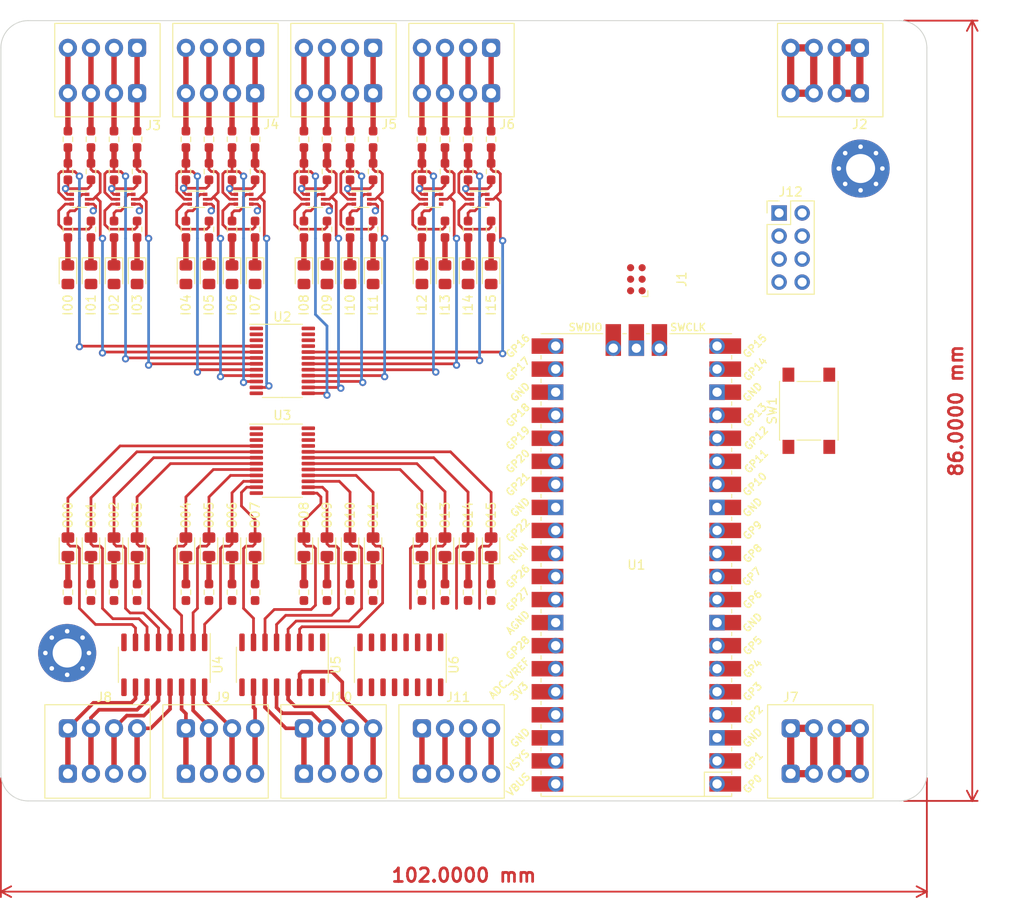
<source format=kicad_pcb>
(kicad_pcb (version 20211014) (generator pcbnew)
  (layers (0 "F.Cu" jumper) (31 "B.Cu" signal) (34 "B.Paste" user) (35 "F.Paste" user) (36 "B.SilkS" user "B.Silkscreen") (37 "F.SilkS" user "F.Silkscreen") (38 "B.Mask" user) (39 "F.Mask" user) (44 "Edge.Cuts" user))
  (net 0 "")
  (net 1 "Net-(C2-Pad1)")
  (net 2 "GND")
  (net 3 "Net-(C3-Pad1)")
  (net 4 "/~{RESET}")
  (net 5 "+3V3")
  (net 6 "Net-(D2-Pad1)")
  (net 7 "Net-(D3-Pad1)")
  (net 8 "Net-(D4-Pad1)")
  (net 9 "Net-(D5-Pad1)")
  (net 10 "Net-(D6-Pad1)")
  (net 11 "Net-(D7-Pad1)")
  (net 12 "Net-(D8-Pad1)")
  (net 13 "Net-(D9-Pad1)")
  (net 14 "Net-(D10-Pad1)")
  (net 15 "Net-(D11-Pad1)")
  (net 16 "Net-(D12-Pad1)")
  (net 17 "Net-(D13-Pad1)")
  (net 18 "Net-(D14-Pad1)")
  (net 19 "Net-(D15-Pad1)")
  (net 20 "Net-(D16-Pad1)")
  (net 21 "Net-(D17-Pad1)")
  (net 22 "Net-(D18-Pad1)")
  (net 23 "/O00_LOW")
  (net 24 "Net-(D19-Pad1)")
  (net 25 "/O01_LOW")
  (net 26 "Net-(D20-Pad1)")
  (net 27 "/O02_LOW")
  (net 28 "Net-(D21-Pad1)")
  (net 29 "/O03_LOW")
  (net 30 "Net-(D22-Pad1)")
  (net 31 "/O04_LOW")
  (net 32 "Net-(D23-Pad1)")
  (net 33 "/O05_LOW")
  (net 34 "Net-(D24-Pad1)")
  (net 35 "/O06_LOW")
  (net 36 "Net-(D25-Pad1)")
  (net 37 "/O07_LOW")
  (net 38 "Net-(D26-Pad1)")
  (net 39 "/O08_LOW")
  (net 40 "Net-(D27-Pad1)")
  (net 41 "/O09_LOW")
  (net 42 "Net-(D28-Pad1)")
  (net 43 "/O10_LOW")
  (net 44 "Net-(D29-Pad1)")
  (net 45 "/O11_LOW")
  (net 46 "Net-(D30-Pad1)")
  (net 47 "/O12_LOW")
  (net 48 "Net-(D31-Pad1)")
  (net 49 "/O13_LOW")
  (net 50 "Net-(D32-Pad1)")
  (net 51 "/O14_LOW")
  (net 52 "Net-(D33-Pad1)")
  (net 53 "/O15_LOW")
  (net 54 "/SWDIO")
  (net 55 "/SWCLK")
  (net 56 "Net-(J1-Pad6)")
  (net 57 "+5V")
  (net 58 "I00_HIGH")
  (net 59 "I01_HIGH")
  (net 60 "I02_HIGH")
  (net 61 "I03_HIGH")
  (net 62 "I04_HIGH")
  (net 63 "I05_HIGH")
  (net 64 "I06_HIGH")
  (net 65 "I07_HIGH")
  (net 66 "I08_HIGH")
  (net 67 "I09_HIGH")
  (net 68 "I10_HIGH")
  (net 69 "I11_HIGH")
  (net 70 "I12_HIGH")
  (net 71 "I13_HIGH")
  (net 72 "I14_HIGH")
  (net 73 "I15_HIGH")
  (net 74 "+24V")
  (net 75 "O00_HIGH")
  (net 76 "O01_HIGH")
  (net 77 "O02_HIGH")
  (net 78 "O03_HIGH")
  (net 79 "O04_HIGH")
  (net 80 "O05_HIGH")
  (net 81 "O06_HIGH")
  (net 82 "O07_HIGH")
  (net 83 "O08_HIGH")
  (net 84 "O09_HIGH")
  (net 85 "O10_HIGH")
  (net 86 "O11_HIGH")
  (net 87 "O12_HIGH")
  (net 88 "O13_HIGH")
  (net 89 "O14_HIGH")
  (net 90 "O15_HIGH")
  (net 91 "~{INT_INPUT}")
  (net 92 "~{INT_OUTPUT}")
  (net 93 "IO_SDA")
  (net 94 "IO_SCL")
  (net 95 "Net-(U2-Pad21)")
  (net 96 "Net-(U2-Pad2)")
  (net 97 "Net-(U2-Pad3)")
  (net 98 "Net-(U3-Pad21)")
  (net 99 "Net-(U3-Pad2)")
  (net 100 "Net-(U3-Pad3)")
  (net 101 "/I00_LOW")
  (net 102 "Net-(Q1-Pad3)")
  (net 103 "/I01_LOW")
  (net 104 "Net-(Q1-Pad6)")
  (net 105 "/I02_LOW")
  (net 106 "Net-(Q2-Pad3)")
  (net 107 "/I03_LOW")
  (net 108 "Net-(Q2-Pad6)")
  (net 109 "/I04_LOW")
  (net 110 "Net-(Q3-Pad3)")
  (net 111 "/I05_LOW")
  (net 112 "Net-(Q3-Pad6)")
  (net 113 "/I06_LOW")
  (net 114 "Net-(Q4-Pad3)")
  (net 115 "/I07_LOW")
  (net 116 "Net-(Q4-Pad6)")
  (net 117 "/I08_LOW")
  (net 118 "Net-(Q5-Pad3)")
  (net 119 "/I09_LOW")
  (net 120 "Net-(Q5-Pad6)")
  (net 121 "/I10_LOW")
  (net 122 "Net-(Q6-Pad3)")
  (net 123 "/I11_LOW")
  (net 124 "Net-(Q6-Pad6)")
  (net 125 "/I12_LOW")
  (net 126 "Net-(Q7-Pad3)")
  (net 127 "/I13_LOW")
  (net 128 "Net-(Q7-Pad6)")
  (net 129 "/I14_LOW")
  (net 130 "Net-(Q8-Pad3)")
  (net 131 "/I15_LOW")
  (net 132 "Net-(Q8-Pad6)")
  (net 157 "/VSYS")
  (footprint "Resistor_SMD:R_0603_1608Metric_Pad0.98x0.95mm_HandSolder" (layer "F.Cu") (at 124.46 70.08 -90)
    (fp_text reference "R27" hide)
    (fp_text value "680k")
  )
  (footprint "Resistor_SMD:R_0603_1608Metric_Pad0.98x0.95mm_HandSolder" (layer "F.Cu") (at 140 70.08 -90)
    (fp_text reference "R41" hide)
    (fp_text value "680k")
  )
  (footprint "LED_SMD:LED_0805_2012Metric_Pad1.15x1.40mm_HandSolder" (layer "F.Cu") (at 127 85 -90)
    (fp_text reference "D9" hide)
    (fp_text value "Green")
  )
  (footprint "PoppyLogicController:WAGO_233-204" (layer "F.Cu") (at 132.38 135)
    (fp_text reference "J10")
    (fp_text value "WAGO 233-508")
  )
  (footprint "LED_SMD:LED_0805_2012Metric_Pad1.15x1.40mm_HandSolder" (layer "F.Cu") (at 140 85 -90)
    (fp_text reference "D13" hide)
    (fp_text value "Green")
  )
  (footprint "Resistor_SMD:R_0603_1608Metric_Pad0.98x0.95mm_HandSolder" (layer "F.Cu") (at 108.92 80 90)
    (fp_text reference "R14" hide)
    (fp_text value "1k")
  )
  (footprint "Resistor_SMD:R_0603_1608Metric_Pad0.98x0.95mm_HandSolder" (layer "F.Cu") (at 108.92 120 -90)
    (fp_text reference "R58" hide)
    (fp_text value "1k")
  )
  (footprint "Resistor_SMD:R_0603_1608Metric_Pad0.98x0.95mm_HandSolder" (layer "F.Cu") (at 114 120 -90)
    (fp_text reference "R60" hide)
    (fp_text value "1k")
  )
  (footprint "Package_TO_SOT_SMD:SOT-666" (layer "F.Cu") (at 112.73 76.684)
    (fp_text reference "Q2" hide)
    (fp_text value "FC6946010R")
  )
  (footprint "Resistor_SMD:R_0603_1608Metric_Pad0.98x0.95mm_HandSolder" (layer "F.Cu") (at 132.38 73.636 -90)
    (fp_text reference "R34" hide)
    (fp_text value "100k")
  )
  (footprint "Resistor_SMD:R_0603_1608Metric_Pad0.98x0.95mm_HandSolder" (layer "F.Cu") (at 124.46 73.636 -90)
    (fp_text reference "R28" hide)
    (fp_text value "100k")
  )
  (footprint "Resistor_SMD:R_0603_1608Metric_Pad0.98x0.95mm_HandSolder" (layer "F.Cu") (at 137.46 120 -90)
    (fp_text reference "R67" hide)
    (fp_text value "1k")
  )
  (footprint "Resistor_SMD:R_0603_1608Metric_Pad0.98x0.95mm_HandSolder" (layer "F.Cu") (at 132.38 80 90)
    (fp_text reference "R37" hide)
    (fp_text value "1k")
  )
  (footprint "Resistor_SMD:R_0603_1608Metric_Pad0.98x0.95mm_HandSolder" (layer "F.Cu") (at 145.38 120 -90)
    (fp_text reference "R69" hide)
    (fp_text value "1k")
  )
  (footprint "Package_SO:SOIC-16_3.9x9.9mm_P1.27mm" (layer "F.Cu") (at 117 128 -90)
    (fp_text reference "U4")
    (fp_text value "ULQ2003A")
  )
  (footprint "Package_TO_SOT_SMD:SOT-666" (layer "F.Cu") (at 107.65 76.684)
    (fp_text reference "Q1" hide)
    (fp_text value "FC6946010R")
  )
  (footprint "Resistor_SMD:R_0603_1608Metric_Pad0.98x0.95mm_HandSolder" (layer "F.Cu") (at 145.38 70.08 -90)
    (fp_text reference "R45" hide)
    (fp_text value "680k")
  )
  (footprint "LED_SMD:LED_0805_2012Metric_Pad1.15x1.40mm_HandSolder" (layer "F.Cu") (at 140 115 90)
    (fp_text reference "D29" hide)
    (fp_text value "Green")
  )
  (footprint "Resistor_SMD:R_0603_1608Metric_Pad0.98x0.95mm_HandSolder" (layer "F.Cu") (at 106.38 80 90)
    (fp_text reference "R13" hide)
    (fp_text value "1k")
  )
  (footprint "Package_SO:SOIC-16_3.9x9.9mm_P1.27mm" (layer "F.Cu") (at 143 128 -90)
    (fp_text reference "U6")
    (fp_text value "ULQ2003A")
  )
  (footprint "Resistor_SMD:R_0603_1608Metric_Pad0.98x0.95mm_HandSolder" (layer "F.Cu") (at 108.92 73.636 -90)
    (fp_text reference "R12" hide)
    (fp_text value "100k")
  )
  (footprint "Resistor_SMD:R_0603_1608Metric_Pad0.98x0.95mm_HandSolder" (layer "F.Cu") (at 106.38 70.08 -90)
    (fp_text reference "R9" hide)
    (fp_text value "680k")
  )
  (footprint "Package_TO_SOT_SMD:SOT-666" (layer "F.Cu") (at 125.73 76.684)
    (fp_text reference "Q4" hide)
    (fp_text value "FC6946010R")
  )
  (footprint "Resistor_SMD:R_0603_1608Metric_Pad0.98x0.95mm_HandSolder" (layer "F.Cu") (at 114 73.636 -90)
    (fp_text reference "R18" hide)
    (fp_text value "100k")
  )
  (footprint "PoppyLogicController:WAGO_233-204" (layer "F.Cu") (at 186 135)
    (fp_text reference "J7")
    (fp_text value "WAGO 233-508")
  )
  (footprint "Resistor_SMD:R_0603_1608Metric_Pad0.98x0.95mm_HandSolder" (layer "F.Cu") (at 150.46 70.08 -90)
    (fp_text reference "R51" hide)
    (fp_text value "680k")
  )
  (footprint "LED_SMD:LED_0805_2012Metric_Pad1.15x1.40mm_HandSolder" (layer "F.Cu") (at 137.46 115 90)
    (fp_text reference "D28" hide)
    (fp_text value "Green")
  )
  (footprint "Resistor_SMD:R_0603_1608Metric_Pad0.98x0.95mm_HandSolder" (layer "F.Cu") (at 150.46 80 90)
    (fp_text reference "R55" hide)
    (fp_text value "1k")
  )
  (footprint "LED_SMD:LED_0805_2012Metric_Pad1.15x1.40mm_HandSolder" (layer "F.Cu") (at 119.38 115 90)
    (fp_text reference "D22" hide)
    (fp_text value "Green")
  )
  (footprint "Resistor_SMD:R_0603_1608Metric_Pad0.98x0.95mm_HandSolder" (layer "F.Cu") (at 114 80 90)
    (fp_text reference "R20" hide)
    (fp_text value "1k")
  )
  (footprint "LED_SMD:LED_0805_2012Metric_Pad1.15x1.40mm_HandSolder" (layer "F.Cu") (at 127 115 90)
    (fp_text reference "D25" hide)
    (fp_text value "Green")
  )
  (footprint "LED_SMD:LED_0805_2012Metric_Pad1.15x1.40mm_HandSolder" (layer "F.Cu") (at 106.38 115 90)
    (fp_text reference "D18" hide)
    (fp_text value "Green")
  )
  (footprint "LED_SMD:LED_0805_2012Metric_Pad1.15x1.40mm_HandSolder" (layer "F.Cu") (at 114 115 90)
    (fp_text reference "D21" hide)
    (fp_text value "Green")
  )
  (footprint "LED_SMD:LED_0805_2012Metric_Pad1.15x1.40mm_HandSolder" (layer "F.Cu") (at 124.46 115 90)
    (fp_text reference "D24" hide)
    (fp_text value "Green")
  )
  (footprint "Resistor_SMD:R_0603_1608Metric_Pad0.98x0.95mm_HandSolder" (layer "F.Cu") (at 153 80 90)
    (fp_text reference "R56" hide)
    (fp_text value "1k")
  )
  (footprint "PoppyLogicController:WAGO_233-204" (layer "F.Cu") (at 127 65 180)
    (fp_text reference "J4")
    (fp_text value "WAGO 233-508")
  )
  (footprint "PoppyLogicController:WAGO_233-204" (layer "F.Cu") (at 140 65 180)
    (fp_text reference "J5")
    (fp_text value "WAGO 233-508")
  )
  (footprint "LED_SMD:LED_0805_2012Metric_Pad1.15x1.40mm_HandSolder" (layer "F.Cu") (at 108.92 85 -90)
    (fp_text reference "D3" hide)
    (fp_text value "Green")
  )
  (footprint "Resistor_SMD:R_0603_1608Metric_Pad0.98x0.95mm_HandSolder" (layer "F.Cu") (at 127 120 -90)
    (fp_text reference "R64" hide)
    (fp_text value "1k")
  )
  (footprint "Package_TO_SOT_SMD:SOT-666" (layer "F.Cu") (at 146.65 76.684)
    (fp_text reference "Q7" hide)
    (fp_text value "FC6946010R")
  )
  (footprint "MountingHole:MountingHole_3.2mm_M3_Pad_Via" (layer "F.Cu") (at 193.7 73.3)
    (fp_text reference "H1" hide)
    (fp_text value "MountingHole_Pad" hide)
  )
  (footprint "Resistor_SMD:R_0603_1608Metric_Pad0.98x0.95mm_HandSolder" (layer "F.Cu") (at 121.92 70.08 -90)
    (fp_text reference "R23" hide)
    (fp_text value "680k")
  )
  (footprint "Resistor_SMD:R_0603_1608Metric_Pad0.98x0.95mm_HandSolder" (layer "F.Cu") (at 137.46 80 90)
    (fp_text reference "R43" hide)
    (fp_text value "1k")
  )
  (footprint "Resistor_SMD:R_0603_1608Metric_Pad0.98x0.95mm_HandSolder" (layer "F.Cu") (at 134.92 80 90)
    (fp_text reference "R38" hide)
    (fp_text value "1k")
  )
  (footprint "MountingHole:MountingHole_3.2mm_M3_Pad_Via" (layer "F.Cu") (at 106.3 126.7)
    (fp_text reference "H2" hide)
    (fp_text value "MountingHole_Pad" hide)
  )
  (footprint "LED_SMD:LED_0805_2012Metric_Pad1.15x1.40mm_HandSolder" (layer "F.Cu") (at 111.46 115 90)
    (fp_text reference "D20" hide)
    (fp_text value "Green")
  )
  (footprint "Resistor_SMD:R_0603_1608Metric_Pad0.98x0.95mm_HandSolder" (layer "F.Cu") (at 140 73.636 -90)
    (fp_text reference "R42" hide)
    (fp_text value "100k")
  )
  (footprint "RPi_Pico:RPi_Pico_SMD_TH" (layer "F.Cu") (at 169 117 180)
    (fp_text reference "U1")
    (fp_text value "Pico")
  )
  (footprint "Resistor_SMD:R_0603_1608Metric_Pad0.98x0.95mm_HandSolder" (layer "F.Cu") (at 121.92 120 -90)
    (fp_text reference "R62" hide)
    (fp_text value "1k")
  )
  (footprint "LED_SMD:LED_0805_2012Metric_Pad1.15x1.40mm_HandSolder" (layer "F.Cu") (at 147.92 115 90)
    (fp_text reference "D31" hide)
    (fp_text value "Green")
  )
  (footprint "LED_SMD:LED_0805_2012Metric_Pad1.15x1.40mm_HandSolder" (layer "F.Cu") (at 145.38 85 -90)
    (fp_text reference "D14" hide)
    (fp_text value "Green")
  )
  (footprint "Resistor_SMD:R_0603_1608Metric_Pad0.98x0.95mm_HandSolder" (layer "F.Cu") (at 147.92 73.636 -90)
    (fp_text reference "R48" hide)
    (fp_text value "100k")
  )
  (footprint "Resistor_SMD:R_0603_1608Metric_Pad0.98x0.95mm_HandSolder" (layer "F.Cu") (at 111.46 70.08 -90)
    (fp_text reference "R15" hide)
    (fp_text value "680k")
  )
  (footprint "LED_SMD:LED_0805_2012Metric_Pad1.15x1.40mm_HandSolder" (layer "F.Cu") (at 153 85 -90)
    (fp_text reference "D17" hide)
    (fp_text value "Green")
  )
  (footprint "Resistor_SMD:R_0603_1608Metric_Pad0.98x0.95mm_HandSolder" (layer "F.Cu") (at 111.46 73.636 -90)
    (fp_text reference "R16" hide)
    (fp_text value "100k")
  )
  (footprint "LED_SMD:LED_0805_2012Metric_Pad1.15x1.40mm_HandSolder" (layer "F.Cu") (at 111.46 85 -90)
    (fp_text reference "D4" hide)
    (fp_text value "Green")
  )
  (footprint "Resistor_SMD:R_0603_1608Metric_Pad0.98x0.95mm_HandSolder" (layer "F.Cu") (at 132.38 120 -90)
    (fp_text reference "R65" hide)
    (fp_text value "1k")
  )
  (footprint "PoppyLogicController:WAGO_233-204" (layer "F.Cu") (at 193.62 65 180)
    (fp_text reference "J2")
    (fp_text value "WAGO 233-508")
  )
  (footprint "Package_TO_SOT_SMD:SOT-666" (layer "F.Cu") (at 133.65 76.684)
    (fp_text reference "Q5" hide)
    (fp_text value "FC6946010R")
  )
  (footprint "Resistor_SMD:R_0603_1608Metric_Pad0.98x0.95mm_HandSolder" (layer "F.Cu") (at 108.92 70.08 -90)
    (fp_text reference "R11" hide)
    (fp_text value "680k")
  )
  (footprint "Package_TO_SOT_SMD:SOT-666" (layer "F.Cu") (at 120.65 76.684)
    (fp_text reference "Q3" hide)
    (fp_text value "FC6946010R")
  )
  (footprint "Resistor_SMD:R_0603_1608Metric_Pad0.98x0.95mm_HandSolder" (layer "F.Cu") (at 137.46 73.636 -90)
    (fp_text reference "R40" hide)
    (fp_text value "100k")
  )
  (footprint "Resistor_SMD:R_0603_1608Metric_Pad0.98x0.95mm_HandSolder" (layer "F.Cu") (at 111.46 120 -90)
    (fp_text reference "R59" hide)
    (fp_text value "1k")
  )
  (footprint "LED_SMD:LED_0805_2012Metric_Pad1.15x1.40mm_HandSolder" (layer "F.Cu") (at 121.92 115 90)
    (fp_text reference "D23" hide)
    (fp_text value "Green")
  )
  (footprint "Connector:Tag-Connect_TC2030-IDC-FP_2x03_P1.27mm_Vertical" (layer "F.Cu") (at 169 85.5 90)
    (fp_text reference "J1")
    (fp_text value "TC2030-IDC")
  )
  (footprint "Resistor_SMD:R_0603_1608Metric_Pad0.98x0.95mm_HandSolder" (layer "F.Cu") (at 132.38 70.08 -90)
    (fp_text reference "R33" hide)
    (fp_text value "680k")
  )
  (footprint "Resistor_SMD:R_0603_1608Metric_Pad0.98x0.95mm_HandSolder" (layer "F.Cu") (at 145.38 73.636 -90)
    (fp_text reference "R46" hide)
    (fp_text value "100k")
  )
  (footprint "Resistor_SMD:R_0603_1608Metric_Pad0.98x0.95mm_HandSolder" (layer "F.Cu") (at 153 70.08 -90)
    (fp_text reference "R53" hide)
    (fp_text value "680k")
  )
  (footprint "LED_SMD:LED_0805_2012Metric_Pad1.15x1.40mm_HandSolder" (layer "F.Cu") (at 121.92 85 -90)
    (fp_text reference "D7" hide)
    (fp_text value "Green")
  )
  (footprint "LED_SMD:LED_0805_2012Metric_Pad1.15x1.40mm_HandSolder" (layer "F.Cu") (at 106.38 85 -90)
    (fp_text reference "D2" hide)
    (fp_text value "Green")
  )
  (footprint "Resistor_SMD:R_0603_1608Metric_Pad0.98x0.95mm_HandSolder" (layer "F.Cu") (at 124.46 80 90)
    (fp_text reference "R31" hide)
    (fp_text value "1k")
  )
  (footprint "LED_SMD:LED_0805_2012Metric_Pad1.15x1.40mm_HandSolder" (layer "F.Cu") (at 153 115 90)
    (fp_text reference "D33" hide)
    (fp_text value "Green")
  )
  (footprint "Resistor_SMD:R_0603_1608Metric_Pad0.98x0.95mm_HandSolder" (layer "F.Cu") (at 134.92 73.636 -90)
    (fp_text reference "R36" hide)
    (fp_text value "100k")
  )
  (footprint "Resistor_SMD:R_0603_1608Metric_Pad0.98x0.95mm_HandSolder" (layer "F.Cu") (at 121.92 80 90)
    (fp_text reference "R26" hide)
    (fp_text value "1k")
  )
  (footprint "PoppyLogicController:WAGO_233-204" (layer "F.Cu") (at 114 65 180)
    (fp_text reference "J3")
    (fp_text value "WAGO 233-508")
  )
  (footprint "LED_SMD:LED_0805_2012Metric_Pad1.15x1.40mm_HandSolder" (layer "F.Cu") (at 145.38 115 90)
    (fp_text reference "D30" hide)
    (fp_text value "Green")
  )
  (footprint "LED_SMD:LED_0805_2012Metric_Pad1.15x1.40mm_HandSolder" (layer "F.Cu") (at 114 85 -90)
    (fp_text reference "D5" hide)
    (fp_text value "Green")
  )
  (footprint "Resistor_SMD:R_0603_1608Metric_Pad0.98x0.95mm_HandSolder" (layer "F.Cu") (at 127 73.636 -90)
    (fp_text reference "R30" hide)
    (fp_text value "100k")
  )
  (footprint "Resistor_SMD:R_0603_1608Metric_Pad0.98x0.95mm_HandSolder" (layer "F.Cu") (at 153 120 -90)
    (fp_text reference "R72" hide)
    (fp_text value "1k")
  )
  (footprint "Resistor_SMD:R_0603_1608Metric_Pad0.98x0.95mm_HandSolder" (layer "F.Cu") (at 153 73.636 -90)
    (fp_text reference "R54" hide)
    (fp_text value "100k")
  )
  (footprint "PoppyLogicController:WAGO_233-204" (layer "F.Cu") (at 119.38 135)
    (fp_text reference "J9")
    (fp_text value "WAGO 233-508")
  )
  (footprint "Resistor_SMD:R_0603_1608Metric_Pad0.98x0.95mm_HandSolder" (layer "F.Cu") (at 119.38 80 90)
    (fp_text reference "R25" hide)
    (fp_text value "1k")
  )
  (footprint "LED_SMD:LED_0805_2012Metric_Pad1.15x1.40mm_HandSolder" (layer "F.Cu") (at 147.92 85 -90)
    (fp_text reference "D15" hide)
    (fp_text value "Green")
  )
  (footprint "Resistor_SMD:R_0603_1608Metric_Pad0.98x0.95mm_HandSolder" (layer "F.Cu") (at 111.46 80 90)
    (fp_text reference "R19" hide)
    (fp_text value "1k")
  )
  (footprint "LED_SMD:LED_0805_2012Metric_Pad1.15x1.40mm_HandSolder" (layer "F.Cu") (at 150.46 115 90)
    (fp_text reference "D32" hide)
    (fp_text value "Green")
  )
  (footprint "Button_Switch_SMD:SW_SPST_PTS645" (layer "F.Cu") (at 188 100 90)
    (fp_text reference "SW1")
    (fp_text value "PTS645SH43SMTR92LFS")
  )
  (footprint "LED_SMD:LED_0805_2012Metric_Pad1.15x1.40mm_HandSolder" (layer "F.Cu") (at 137.46 85 -90)
    (fp_text reference "D12" hide)
    (fp_text value "Green")
  )
  (footprint "Resistor_SMD:R_0603_1608Metric_Pad0.98x0.95mm_HandSolder" (layer "F.Cu") (at 134.92 120 -90)
    (fp_text reference "R66" hide)
    (fp_text value "1k")
  )
  (footprint "Package_SO:SOIC-16_3.9x9.9mm_P1.27mm" (layer "F.Cu") (at 130 128 -90)
    (fp_text reference "U5")
    (fp_text value "ULQ2003A")
  )
  (footprint "LED_SMD:LED_0805_2012Metric_Pad1.15x1.40mm_HandSolder" (layer "F.Cu") (at 132.38 85 -90)
    (fp_text reference "D10" hide)
    (fp_text value "Green")
  )
  (footprint "Connector_PinHeader_2.54mm:PinHeader_2x04_P2.54mm_Vertical" (layer "F.Cu") (at 184.725 78.2)
    (fp_text reference "J12")
    (fp_text value "Conn_02x04_Counter_Clockwise")
  )
  (footprint "Package_SO:TSSOP-24_4.4x7.8mm_P0.65mm" (layer "F.Cu") (at 130 94.5)
    (fp_text reference "U2")
    (fp_text value "PCA9555PW")
  )
  (footprint "Resistor_SMD:R_0603_1608Metric_Pad0.98x0.95mm_HandSolder" (layer "F.Cu") (at 124.46 120 -90)
    (fp_text reference "R63" hide)
    (fp_text value "1k")
  )
  (footprint "Resistor_SMD:R_0603_1608Metric_Pad0.98x0.95mm_HandSolder" (layer "F.Cu") (at 106.38 120 -90)
    (fp_text reference "R57" hide)
    (fp_text value "1k")
  )
  (footprint "Resistor_SMD:R_0603_1608Metric_Pad0.98x0.95mm_HandSolder" (layer "F.Cu") (at 121.92 73.636 -90)
    (fp_text reference "R24" hide)
    (fp_text value "100k")
  )
  (footprint "Resistor_SMD:R_0603_1608Metric_Pad0.98x0.95mm_HandSolder" (layer "F.Cu") (at 119.38 70.08 -90)
    (fp_text reference "R21" hide)
    (fp_text value "680k")
  )
  (footprint "Resistor_SMD:R_0603_1608Metric_Pad0.98x0.95mm_HandSolder" (layer "F.Cu") (at 134.92 70.08 -90)
    (fp_text reference "R35" hide)
    (fp_text value "680k")
  )
  (footprint "Resistor_SMD:R_0603_1608Metric_Pad0.98x0.95mm_HandSolder" (layer "F.Cu") (at 147.92 120 -90)
    (fp_text reference "R70" hide)
    (fp_text value "1k")
  )
  (footprint "LED_SMD:LED_0805_2012Metric_Pad1.15x1.40mm_HandSolder" (layer "F.Cu") (at 119.38 85 -90)
    (fp_text reference "D6" hide)
    (fp_text value "Green")
  )
  (footprint "LED_SMD:LED_0805_2012Metric_Pad1.15x1.40mm_HandSolder" (layer "F.Cu") (at 134.92 85 -90)
    (fp_text reference "D11" hide)
    (fp_text value "Green")
  )
  (footprint "Resistor_SMD:R_0603_1608Metric_Pad0.98x0.95mm_HandSolder" (layer "F.Cu") (at 106.38 73.636 -90)
    (fp_text reference "R10" hide)
    (fp_text value "100k")
  )
  (footprint "Package_SO:TSSOP-24_4.4x7.8mm_P0.65mm" (layer "F.Cu") (at 130 105.5)
    (fp_text reference "U3")
    (fp_text value "PCA9555PW")
  )
  (footprint "Resistor_SMD:R_0603_1608Metric_Pad0.98x0.95mm_HandSolder" (layer "F.Cu") (at 147.92 70.08 -90)
    (fp_text reference "R47" hide)
    (fp_text value "680k")
  )
  (footprint "PoppyLogicController:WAGO_233-204" (layer "F.Cu") (at 153 65 180)
    (fp_text reference "J6")
    (fp_text value "WAGO 233-508")
  )
  (footprint "Resistor_SMD:R_0603_1608Metric_Pad0.98x0.95mm_HandSolder" (layer "F.Cu") (at 119.38 73.636 -90)
    (fp_text reference "R22" hide)
    (fp_text value "100k")
  )
  (footprint "Resistor_SMD:R_0603_1608Metric_Pad0.98x0.95mm_HandSolder" (layer "F.Cu") (at 140 80 90)
    (fp_text reference "R44" hide)
    (fp_text value "1k")
  )
  (footprint "LED_SMD:LED_0805_2012Metric_Pad1.15x1.40mm_HandSolder" (layer "F.Cu") (at 108.92 115 90)
    (fp_text reference "D19" hide)
    (fp_text value "Green")
  )
  (footprint "Resistor_SMD:R_0603_1608Metric_Pad0.98x0.95mm_HandSolder" (layer "F.Cu") (at 150.46 120 -90)
    (fp_text reference "R71" hide)
    (fp_text value "1k")
  )
  (footprint "Package_TO_SOT_SMD:SOT-666" (layer "F.Cu") (at 151.73 76.684)
    (fp_text reference "Q8" hide)
    (fp_text value "FC6946010R")
  )
  (footprint "Resistor_SMD:R_0603_1608Metric_Pad0.98x0.95mm_HandSolder" (layer "F.Cu") (at 137.46 70.08 -90)
    (fp_text reference "R39" hide)
    (fp_text value "680k")
  )
  (footprint "LED_SMD:LED_0805_2012Metric_Pad1.15x1.40mm_HandSolder" (layer "F.Cu") (at 124.46 85 -90)
    (fp_text reference "D8" hide)
    (fp_text value "Green")
  )
  (footprint "Resistor_SMD:R_0603_1608Metric_Pad0.98x0.95mm_HandSolder" (layer "F.Cu") (at 147.92 80 90)
    (fp_text reference "R50" hide)
    (fp_text value "1k")
  )
  (footprint "PoppyLogicController:WAGO_233-204" (layer "F.Cu") (at 145.38 135)
    (fp_text reference "J11")
    (fp_text value "WAGO 233-508")
  )
  (footprint "Resistor_SMD:R_0603_1608Metric_Pad0.98x0.95mm_HandSolder" (layer "F.Cu") (at 140 120 -90)
    (fp_text reference "R68" hide)
    (fp_text value "1k")
  )
  (footprint "Resistor_SMD:R_0603_1608Metric_Pad0.98x0.95mm_HandSolder" (layer "F.Cu") (at 127 70.08 -90)
    (fp_text reference "R29" hide)
    (fp_text value "680k")
  )
  (footprint "LED_SMD:LED_0805_2012Metric_Pad1.15x1.40mm_HandSolder" (layer "F.Cu") (at 150.46 85 -90)
    (fp_text reference "D16" hide)
    (fp_text value "Green")
  )
  (footprint "Resistor_SMD:R_0603_1608Metric_Pad0.98x0.95mm_HandSolder" (layer "F.Cu") (at 145.38 80 90)
    (fp_text reference "R49" hide)
    (fp_text value "1k")
  )
  (footprint "Package_TO_SOT_SMD:SOT-666" (layer "F.Cu") (at 138.73 76.684)
    (fp_text reference "Q6" hide)
    (fp_text value "FC6946010R")
  )
  (footprint "LED_SMD:LED_0805_2012Metric_Pad1.15x1.40mm_HandSolder" (layer "F.Cu") (at 134.92 115 90)
    (fp_text reference "D27" hide)
    (fp_text value "Green")
  )
  (footprint "Resistor_SMD:R_0603_1608Metric_Pad0.98x0.95mm_HandSolder" (layer "F.Cu") (at 114 70.08 -90)
    (fp_text reference "R17" hide)
    (fp_text value "680k")
  )
  (footprint "LED_SMD:LED_0805_2012Metric_Pad1.15x1.40mm_HandSolder" (layer "F.Cu") (at 132.38 115 90)
    (fp_text reference "D26" hide)
    (fp_text value "Green")
  )
  (footprint "Resistor_SMD:R_0603_1608Metric_Pad0.98x0.95mm_HandSolder" (layer "F.Cu") (at 119.38 120 -90)
    (fp_text reference "R61" hide)
    (fp_text value "1k")
  )
  (footprint "Resistor_SMD:R_0603_1608Metric_Pad0.98x0.95mm_HandSolder" (layer "F.Cu") (at 127 80 90)
    (fp_text reference "R32" hide)
    (fp_text value "1k")
  )
  (footprint "Resistor_SMD:R_0603_1608Metric_Pad0.98x0.95mm_HandSolder" (layer "F.Cu") (at 150.46 73.636 -90)
    (fp_text reference "R52" hide)
    (fp_text value "100k")
  )
  (footprint "PoppyLogicController:WAGO_233-204" (layer "F.Cu") (at 106.38 135)
    (fp_text reference "J8")
    (fp_text value "WAGO 233-508")
  )
  (gr_arc (start 99 60) (mid 99.87868 57.87868) (end 102 57) (layer "Edge.Cuts") (width 0.1))
  (gr_line (start 201 140) (end 201 60) (layer "Edge.Cuts") (width 0.1))
  (gr_arc (start 198 57) (mid 200.12132 57.87868) (end 201 60) (layer "Edge.Cuts") (width 0.1))
  (gr_line (start 198 57) (end 102 57) (layer "Edge.Cuts") (width 0.1))
  (gr_line (start 102 143) (end 198 143) (layer "Edge.Cuts") (width 0.1))
  (gr_arc (start 102 143) (mid 99.87868 142.12132) (end 99 140) (layer "Edge.Cuts") (width 0.1))
  (gr_arc (start 201 140) (mid 200.12132 142.12132) (end 198 143) (layer "Edge.Cuts") (width 0.1))
  (gr_line (start 99 60) (end 99 140) (layer "Edge.Cuts") (width 0.1))
  (gr_text "O00" (at 106.38 109.92 90) (layer "F.SilkS") (effects (font (size 1 1)) (justify right)))
  (gr_text "O12" (at 145.38 109.92 90) (layer "F.SilkS") (effects (font (size 1 1)) (justify right)))
  (gr_text "O06" (at 124.46 109.92 90) (layer "F.SilkS") (effects (font (size 1 1)) (justify right)))
  (gr_text "I02" (at 111.46 89.638 90) (layer "F.SilkS") (effects (font (size 1 1)) (justify left)))
  (gr_text "I14" (at 150.46 89.638 90) (layer "F.SilkS") (effects (font (size 1 1)) (justify left)))
  (gr_text "I11" (at 140 89.638 90) (layer "F.SilkS") (effects (font (size 1 1)) (justify left)))
  (gr_text "I12" (at 145.38 89.638 90) (layer "F.SilkS") (effects (font (size 1 1)) (justify left)))
  (gr_text "O08" (at 132.38 109.92 90) (layer "F.SilkS") (effects (font (size 1 1)) (justify right)))
  (gr_text "O13" (at 147.92 109.92 90) (layer "F.SilkS") (effects (font (size 1 1)) (justify right)))
  (gr_text "I01" (at 108.92 89.638 90) (layer "F.SilkS") (effects (font (size 1 1)) (justify left)))
  (gr_text "O15" (at 153 109.92 90) (layer "F.SilkS") (effects (font (size 1 1)) (justify right)))
  (gr_text "O11" (at 140 109.92 90) (layer "F.SilkS") (effects (font (size 1 1)) (justify right)))
  (gr_text "I08" (at 132.38 89.638 90) (layer "F.SilkS") (effects (font (size 1 1)) (justify left)))
  (gr_text "O01" (at 108.92 109.92 90) (layer "F.SilkS") (effects (font (size 1 1)) (justify right)))
  (gr_text "I13" (at 147.92 89.638 90) (layer "F.SilkS") (effects (font (size 1 1)) (justify left)))
  (gr_text "O09" (at 134.92 109.92 90) (layer "F.SilkS") (effects (font (size 1 1)) (justify right)))
  (gr_text "O04" (at 119.38 109.92 90) (layer "F.SilkS") (effects (font (size 1 1)) (justify right)))
  (gr_text "O02" (at 111.46 109.92 90) (layer "F.SilkS") (effects (font (size 1 1)) (justify right)))
  (gr_text "O03" (at 114 109.92 90) (layer "F.SilkS") (effects (font (size 1 1)) (justify right)))
  (gr_text "I15" (at 153 89.638 90) (layer "F.SilkS") (effects (font (size 1 1)) (justify left)))
  (gr_text "O05" (at 121.92 109.92 90) (layer "F.SilkS") (effects (font (size 1 1)) (justify right)))
  (gr_text "I05" (at 121.92 89.638 90) (layer "F.SilkS") (effects (font (size 1 1)) (justify left)))
  (gr_text "I03" (at 114 89.638 90) (layer "F.SilkS") (effects (font (size 1 1)) (justify left)))
  (gr_text "I09" (at 134.92 89.638 90) (layer "F.SilkS") (effects (font (size 1 1)) (justify left)))
  (gr_text "I07" (at 127 89.638 90) (layer "F.SilkS") (effects (font (size 1 1)) (justify left)))
  (gr_text "I06" (at 124.46 89.638 90) (layer "F.SilkS") (effects (font (size 1 1)) (justify left)))
  (gr_text "I10" (at 137.46 89.638 90) (layer "F.SilkS") (effects (font (size 1 1)) (justify left)))
  (gr_text "I00" (at 106.38 89.638 90) (layer "F.SilkS") (effects (font (size 1 1)) (justify left)))
  (gr_text "O14" (at 150.46 109.92 90) (layer "F.SilkS") (effects (font (size 1 1)) (justify right)))
  (gr_text "I04" (at 119.38 89.638 90) (layer "F.SilkS") (effects (font (size 1 1)) (justify left)))
  (gr_text "O07" (at 127 109.92 90) (layer "F.SilkS") (effects (font (size 1 1)) (justify right)))
  (gr_text "O10" (at 137.46 109.92 90) (layer "F.SilkS") (effects (font (size 1 1)) (justify right)))
  (dimension (type orthogonal) (layer "F.Cu") (pts (xy 201 140) (xy 99 140)) (height 13) (orientation 0) (gr_text "102.0000 mm" (at 150 151.2) (layer "F.Cu") (effects (font (size 1.5 1.5) (thickness 0.3)))) (format (units 3) (units_format 1) (precision 4)) (style (thickness 0.2) (arrow_length 1.27) (text_position_mode 0) (extension_height 0.58642) (extension_offset 0.5) keep_text_aligned))
  (dimension (type orthogonal) (layer "F.Cu") (pts (xy 198 57) (xy 198 143)) (height 8) (orientation 1) (gr_text "86.0000 mm" (at 204.2 100 90) (layer "F.Cu") (effects (font (size 1.5 1.5) (thickness 0.3)))) (format (units 3) (units_format 1) (precision 4)) (style (thickness 0.2) (arrow_length 1.27) (text_position_mode 0) (extension_height 0.58642) (extension_offset 0.5) keep_text_aligned))
  (segment (start 127 75.16) (end 126.640977 75.519023) (width 0.3) (layer "F.Cu") (net 2))
  (segment (start 119.8 76.1465) (end 119.369906 76.1465) (width 0.3) (layer "F.Cu") (net 2))
  (segment (start 126.58 77.2215) (end 127.2835 77.2215) (width 0.3) (layer "F.Cu") (net 2))
  (segment (start 191.08 135) (end 191.08 140) (width 0.8) (layer "F.Cu") (net 2))
  (segment (start 111.46 75.252523) (end 111.1935 75.519023) (width 0.3) (layer "F.Cu") (net 2))
  (segment (start 114.508 77.7) (end 114.254 77.954) (width 0.3) (layer "F.Cu") (net 2))
  (segment (start 108.92 74.5485) (end 108.92 75.16) (width 0.3) (layer "F.Cu") (net 2))
  (segment (start 150.4305 76.1465) (end 150.1935 75.9095) (width 0.3) (layer "F.Cu") (net 2))
  (segment (start 121.602706 75.477294) (end 119.1135 75.477294) (width 0.3) (layer "F.Cu") (net 2))
  (segment (start 114.2835 77.2215) (end 114.508 77.446) (width 0.3) (layer "F.Cu") (net 2))
  (segment (start 152.640977 75.519023) (end 150.1935 75.519023) (width 0.3) (layer "F.Cu") (net 2))
  (segment (start 150.46 75.252523) (end 150.1935 75.519023) (width 0.3) (layer "F.Cu") (net 2))
  (segment (start 106.38 75.248283) (end 106.1135 75.514783) (width 0.3) (layer "F.Cu") (net 2))
  (segment (start 135.2035 77.2215) (end 135.428 77.446) (width 0.3) (layer "F.Cu") (net 2))
  (segment (start 134.92 75.16) (end 134.560977 75.519023) (width 0.3) (layer "F.Cu") (net 2))
  (segment (start 145.1135 75.9095) (end 145.1135 75.519023) (width 0.3) (layer "F.Cu") (net 2))
  (segment (start 137.88 76.1465) (end 137.4305 76.1465) (width 0.3) (layer "F.Cu") (net 2))
  (segment (start 137.4305 76.1465) (end 137.1935 75.9095) (width 0.3) (layer "F.Cu") (net 2))
  (segment (start 186 60) (end 188.54 60) (width 0.8) (layer "F.Cu") (net 2))
  (segment (start 114.508 77.446) (end 114.508 77.7) (width 0.3) (layer "F.Cu") (net 2))
  (segment (start 122.428 77.446) (end 122.428 77.7) (width 0.3) (layer "F.Cu") (net 2))
  (segment (start 132.3505 76.1465) (end 132.1135 75.9095) (width 0.3) (layer "F.Cu") (net 2))
  (segment (start 145.8 76.1465) (end 145.3505 76.1465) (width 0.3) (layer "F.Cu") (net 2))
  (segment (start 139.58 77.2215) (end 140.2835 77.2215) (width 0.3) (layer "F.Cu") (net 2))
  (segment (start 134.560977 75.519023) (end 132.1135 75.519023) (width 0.3) (layer "F.Cu") (net 2))
  (segment (start 145.3505 76.1465) (end 145.1135 75.9095) (width 0.3) (layer "F.Cu") (net 2))
  (segment (start 135.428 77.7) (end 135.174 77.954) (width 0.3) (layer "F.Cu") (net 2))
  (segment (start 124.46 74.5485) (end 124.46 75.252523) (width 0.3) (layer "F.Cu") (net 2))
  (segment (start 132.38 75.252523) (end 132.1135 75.519023) (width 0.3) (layer "F.Cu") (net 2))
  (segment (start 106.8 76.1465) (end 106.3505 76.1465) (width 0.3) (layer "F.Cu") (net 2))
  (segment (start 147.92 75.16) (end 147.560977 75.519023) (width 0.3) (layer "F.Cu") (net 2))
  (segment (start 113.640977 75.519023) (end 111.1935 75.519023) (width 0.3) (layer "F.Cu") (net 2))
  (segment (start 119.38 75.210794) (end 119.1135 75.477294) (width 0.3) (layer "F.Cu") (net 2))
  (segment (start 119.1135 75.890094) (end 119.1135 75.477294) (width 0.3) (layer "F.Cu") (net 2))
  (segment (start 145.38 75.252523) (end 145.1135 75.519023) (width 0.3) (layer "F.Cu") (net 2))
  (segment (start 108.5 77.2215) (end 109.2035 77.2215) (width 0.3) (layer "F.Cu") (net 2))
  (segment (start 137.46 75.252523) (end 137.1935 75.519023) (width 0.3) (layer "F.Cu") (net 2))
  (segment (start 122.428 77.7) (end 122.174 77.954) (width 0.3) (layer "F.Cu") (net 2))
  (segment (start 121.92 75.16) (end 121.602706 75.477294) (width 0.3) (layer "F.Cu") (net 2))
  (segment (start 106.1135 75.9095) (end 106.1135 75.514783) (width 0.3) (layer "F.Cu") (net 2))
  (segment (start 140.508 77.7) (end 140.254 77.954) (width 0.3) (layer "F.Cu") (net 2))
  (segment (start 124.88 76.1465) (end 124.4305 76.1465) (width 0.3) (layer "F.Cu") (net 2))
  (segment (start 122.2035 77.2215) (end 122.428 77.446) (width 0.3) (layer "F.Cu") (net 2))
  (segment (start 137.1935 75.9095) (end 137.1935 75.519023) (width 0.3) (layer "F.Cu") (net 2))
  (segment (start 132.8 76.1465) (end 132.3505 76.1465) (width 0.3) (layer "F.Cu") (net 2))
  (segment (start 188.54 65) (end 186 65) (width 0.8) (layer "F.Cu") (net 2))
  (segment (start 134.5 77.2215) (end 135.2035 77.2215) (width 0.3) (layer "F.Cu") (net 2))
  (segment (start 127.2835 77.2215) (end 127.508 77.446) (width 0.3) (layer "F.Cu") (net 2))
  (segment (start 127.508 77.446) (end 127.508 77.7) (width 0.3) (layer "F.Cu") (net 2))
  (segment (start 193.62 140) (end 193.62 135) (width 0.8) (layer "F.Cu") (net 2))
  (segment (start 150.46 74.5485) (end 150.46 75.252523) (width 0.3) (layer "F.Cu") (net 2))
  (segment (start 111.4305 76.1465) (end 111.1935 75.9095) (width 0.3) (layer "F.Cu") (net 2))
  (segment (start 132.1135 75.9095) (end 132.1135 75.519023) (width 0.3) (layer "F.Cu") (net 2))
  (segment (start 126.640977 75.519023) (end 124.1935 75.519023) (width 0.3) (layer "F.Cu") (net 2))
  (segment (start 147.92 74.5485) (end 147.92 75.16) (width 0.3) (layer "F.Cu") (net 2))
  (segment (start 106.3505 76.1465) (end 106.1135 75.9095) (width 0.3) (layer "F.Cu") (net 2))
  (segment (start 140.2835 77.2215) (end 140.508 77.446) (width 0.3) (layer "F.Cu") (net 2))
  (segment (start 109.428 77.446) (end 109.428 77.7) (width 0.3) (layer "F.Cu") (net 2))
  (segment (start 150.88 76.1465) (end 150.4305 76.1465) (width 0.3) (layer "F.Cu") (net 2))
  (segment (start 140 74.5485) (end 140 75.16) (width 0.3) (layer "F.Cu") (net 2))
  (segment (start 134.92 74.5485) (end 134.92 75.16) (width 0.3) (layer "F.Cu") (net 2))
  (segment (start 119.38 74.5485) (end 119.38 75.210794) (width 0.3) (layer "F.Cu") (net 2))
  (segment (start 153 75.16) (end 152.640977 75.519023) (width 0.3) (layer "F.Cu") (net 2))
  (segment (start 145.38 74.5485) (end 145.38 75.252523) (width 0.3) (layer "F.Cu") (net 2))
  (segment (start 119.369906 76.1465) (end 119.1135 75.890094) (width 0.3) (layer "F.Cu") (net 2))
  (segment (start 124.1935 75.9095) (end 124.1935 75.519023) (width 0.3) (layer "F.Cu") (net 2))
  (segment (start 106.38 74.5485) (end 106.38 75.248283) (width 0.3) (layer "F.Cu") (net 2))
  (segment (start 150.1935 75.9095) (end 150.1935 75.519023) (width 0.3) (layer "F.Cu") (net 2))
  (segment (start 140.508 77.446) (end 140.508 77.7) (width 0.3) (layer "F.Cu") (net 2))
  (segment (start 114 74.5485) (end 114 75.16) (width 0.3) (layer "F.Cu") (net 2))
  (segment (start 124.46 75.252523) (end 124.1935 75.519023) (width 0.3) (layer "F.Cu") (net 2))
  (segment (start 114 75.16) (end 113.640977 75.519023) (width 0.3) (layer "F.Cu") (net 2))
  (segment (start 121.92 74.5485) (end 121.92 75.16) (width 0.3) (layer "F.Cu") (net 2))
  (segment (start 111.1935 75.9095) (end 111.1935 75.519023) (width 0.3) (layer "F.Cu") (net 2))
  (segment (start 140 75.16) (end 139.640977 75.519023) (width 0.3) (layer "F.Cu") (net 2))
  (segment (start 137.46 74.5485) (end 137.46 75.252523) (width 0.3) (layer "F.Cu") (net 2))
  (segment (start 191.08 140) (end 193.62 140) (width 0.8) (layer "F.Cu") (net 2))
  (segment (start 109.428 77.7) (end 109.174 77.954) (width 0.3) (layer "F.Cu") (net 2))
  (segment (start 113.58 77.2215) (end 114.2835 77.2215) (width 0.3) (layer "F.Cu") (net 2))
  (segment (start 111.46 74.5485) (end 111.46 75.252523) (width 0.3) (layer "F.Cu") (net 2))
  (segment (start 153 74.5485) (end 153 75.16) (width 0.3) (layer "F.Cu") (net 2))
  (segment (start 111.88 76.1465) (end 111.4305 76.1465) (width 0.3) (layer "F.Cu") (net 2))
  (segment (start 188.54 60) (end 188.54 65) (width 0.8) (layer "F.Cu") (net 2))
  (segment (start 121.5 77.2215) (end 122.2035 77.2215) (width 0.3) (layer "F.Cu") (net 2))
  (segment (start 193.62 135) (end 191.08 135) (width 0.8) (layer "F.Cu") (net 2))
  (segment (start 147.560977 75.519023) (end 145.1135 75.519023) (width 0.3) (layer "F.Cu") (net 2))
  (segment (start 132.38 74.5485) (end 132.38 75.252523) (width 0.3) (layer "F.Cu") (net 2))
  (segment (start 135.428 77.446) (end 135.428 77.7) (width 0.3) (layer "F.Cu") (net 2))
  (segment (start 186 60) (end 186 65) (width 0.8) (layer "F.Cu") (net 2))
  (segment (start 139.640977 75.519023) (end 137.1935 75.519023) (width 0.3) (layer "F.Cu") (net 2))
  (segment (start 109.2035 77.2215) (end 109.428 77.446) (width 0.3) (layer "F.Cu") (net 2))
  (segment (start 108.92 75.16) (end 108.565217 75.514783) (width 0.3) (layer "F.Cu") (net 2))
  (segment (start 127.508 77.7) (end 127.254 77.954) (width 0.3) (layer "F.Cu") (net 2))
  (segment (start 127 74.5485) (end 127 75.16) (width 0.3) (layer "F.Cu") (net 2))
  (segment (start 108.565217 75.514783) (end 106.1135 75.514783) (width 0.3) (layer "F.Cu") (net 2))
  (segment (start 124.4305 76.1465) (end 124.1935 75.9095) (width 0.3) (layer "F.Cu") (net 2))
  (via (at 127.254 77.954) (size 0.8) (drill 0.4) (layers "F.Cu" "B.Cu") (net 2))
  (via (at 150.1935 75.519023) (size 0.8) (drill 0.4) (layers "F.Cu" "B.Cu") (net 2))
  (via (at 137.1935 75.519023) (size 0.8) (drill 0.4) (layers "F.Cu" "B.Cu") (net 2))
  (via (at 109.174 77.954) (size 0.8) (drill 0.4) (layers "F.Cu" "B.Cu") (net 2))
  (via (at 135.174 77.954) (size 0.8) (drill 0.4) (layers "F.Cu" "B.Cu") (net 2))
  (via (at 140.254 77.954) (size 0.8) (drill 0.4) (layers "F.Cu" "B.Cu") (net 2))
  (via (at 122.174 77.954) (size 0.8) (drill 0.4) (layers "F.Cu" "B.Cu") (net 2))
  (via (at 145.1135 75.519023) (size 0.8) (drill 0.4) (layers "F.Cu" "B.Cu") (net 2))
  (via (at 119.1135 75.477294) (size 0.8) (drill 0.4) (layers "F.Cu" "B.Cu") (net 2))
  (via (at 132.1135 75.519023) (size 0.8) (drill 0.4) (layers "F.Cu" "B.Cu") (net 2))
  (via (at 111.1935 75.519023) (size 0.8) (drill 0.4) (layers "F.Cu" "B.Cu") (net 2))
  (via (at 106.1135 75.514783) (size 0.8) (drill 0.4) (layers "F.Cu" "B.Cu") (net 2))
  (via (at 124.1935 75.519023) (size 0.8) (drill 0.4) (layers "F.Cu" "B.Cu") (net 2))
  (via (at 114.254 77.954) (size 0.8) (drill 0.4) (layers "F.Cu" "B.Cu") (net 2))
  (segment (start 106.38 80.9125) (end 106.38 83.975) (width 0.6) (layer "F.Cu") (net 6))
  (segment (start 108.92 80.9125) (end 108.92 83.975) (width 0.6) (layer "F.Cu") (net 7))
  (segment (start 111.46 80.9125) (end 111.46 83.975) (width 0.6) (layer "F.Cu") (net 8))
  (segment (start 114 80.9125) (end 114 83.975) (width 0.6) (layer "F.Cu") (net 9))
  (segment (start 119.38 80.9125) (end 119.38 83.975) (width 0.6) (layer "F.Cu") (net 10))
  (segment (start 121.92 80.9125) (end 121.92 83.975) (width 0.6) (layer "F.Cu") (net 11))
  (segment (start 124.46 80.9125) (end 124.46 83.975) (width 0.6) (layer "F.Cu") (net 12))
  (segment (start 127 80.9125) (end 127 83.975) (width 0.6) (layer "F.Cu") (net 13))
  (segment (start 132.38 80.9125) (end 132.38 83.975) (width 0.6) (layer "F.Cu") (net 14))
  (segment (start 134.92 80.9125) (end 134.92 83.975) (width 0.6) (layer "F.Cu") (net 15))
  (segment (start 137.46 80.9125) (end 137.46 83.975) (width 0.6) (layer "F.Cu") (net 16))
  (segment (start 140 80.9125) (end 140 83.975) (width 0.6) (layer "F.Cu") (net 17))
  (segment (start 145.38 80.9125) (end 145.38 83.975) (width 0.6) (layer "F.Cu") (net 18))
  (segment (start 147.92 80.9125) (end 147.92 83.975) (width 0.6) (layer "F.Cu") (net 19))
  (segment (start 150.46 80.9125) (end 150.46 83.975) (width 0.6) (layer "F.Cu") (net 20))
  (segment (start 153 80.9125) (end 153 83.975) (width 0.6) (layer "F.Cu") (net 21))
  (segment (start 106.38 116.025) (end 106.38 119.0875) (width 0.6) (layer "F.Cu") (net 22))
  (segment (start 107.396 114.92) (end 106.634 114.92) (width 0.3) (layer "F.Cu") (net 23))
  (segment (start 113.825 125.525) (end 113.825 123.936) (width 0.3) (layer "F.Cu") (net 23))
  (segment (start 113.444 123.555) (end 109.427 123.555) (width 0.3) (layer "F.Cu") (net 23))
  (segment (start 109.427 123.555) (end 107.65 121.778) (width 0.3) (layer "F.Cu") (net 23))
  (segment (start 107.65 121.778) (end 107.65 115.174) (width 0.3) (layer "F.Cu") (net 23))
  (segment (start 112.125 103.875) (end 127.1375 103.875) (width 0.3) (layer "F.Cu") (net 23))
  (segment (start 106.38 113.975) (end 106.38 109.62) (width 0.3) (layer "F.Cu") (net 23))
  (segment (start 107.65 115.174) (end 107.396 114.92) (width 0.3) (layer "F.Cu") (net 23))
  (segment (start 106.38 114.666) (end 106.38 113.975) (width 0.3) (layer "F.Cu") (net 23))
  (segment (start 106.38 109.62) (end 112.125 103.875) (width 0.3) (layer "F.Cu") (net 23))
  (segment (start 106.634 114.92) (end 106.38 114.666) (width 0.3) (layer "F.Cu") (net 23))
  (segment (start 113.825 123.936) (end 113.444 123.555) (width 0.3) (layer "F.Cu") (net 23))
  (segment (start 108.92 116.025) (end 108.92 119.0875) (width 0.6) (layer "F.Cu") (net 24))
  (segment (start 110.19 115.174) (end 109.936 114.92) (width 0.3) (layer "F.Cu") (net 25))
  (segment (start 109.936 114.92) (end 109.174 114.92) (width 0.3) (layer "F.Cu") (net 25))
  (segment (start 115.095 123.809) (end 114.206 122.92) (width 0.3) (layer "F.Cu") (net 25))
  (segment (start 113.975 104.525) (end 127.1375 104.525) (width 0.3) (layer "F.Cu") (net 25))
  (segment (start 109.174 114.92) (end 108.92 114.666) (width 0.3) (layer "F.Cu") (net 25))
  (segment (start 108.92 113.975) (end 108.92 109.58) (width 0.3) (layer "F.Cu") (net 25))
  (segment (start 110.19 121.778) (end 110.19 115.174) (width 0.3) (layer "F.Cu") (net 25))
  (segment (start 108.92 109.58) (end 113.975 104.525) (width 0.3) (layer "F.Cu") (net 25))
  (segment (start 108.92 114.666) (end 108.92 113.975) (width 0.3) (layer "F.Cu") (net 25))
  (segment (start 111.332 122.92) (end 110.19 121.778) (width 0.3) (layer "F.Cu") (net 25))
  (segment (start 114.206 122.92) (end 111.332 122.92) (width 0.3) (layer "F.Cu") (net 25))
  (segment (start 115.095 125.525) (end 115.095 123.809) (width 0.3) (layer "F.Cu") (net 25))
  (segment (start 111.46 116.025) (end 111.46 119.0875) (width 0.6) (layer "F.Cu") (net 26))
  (segment (start 111.714 114.92) (end 111.46 114.666) (width 0.3) (layer "F.Cu") (net 27))
  (segment (start 111.46 113.975) (end 111.46 109.54) (width 0.3) (layer "F.Cu") (net 27))
  (segment (start 115.825 105.175) (end 127.1375 105.175) (width 0.3) (layer "F.Cu") (net 27))
  (segment (start 112.476 114.92) (end 111.714 114.92) (width 0.3) (layer "F.Cu") (net 27))
  (segment (start 116.365 123.936) (end 114.714 122.285) (width 0.3) (layer "F.Cu") (net 27))
  (segment (start 114.714 122.285) (end 113.237 122.285) (width 0.3) (layer "F.Cu") (net 27))
  (segment (start 112.73 121.778) (end 112.73 115.174) (width 0.3) (layer "F.Cu") (net 27))
  (segment (start 112.73 115.174) (end 112.476 114.92) (width 0.3) (layer "F.Cu") (net 27))
  (segment (start 111.46 114.666) (end 111.46 113.975) (width 0.3) (layer "F.Cu") (net 27))
  (segment (start 116.365 125.525) (end 116.365 123.936) (width 0.3) (layer "F.Cu") (net 27))
  (segment (start 111.46 109.54) (end 115.825 105.175) (width 0.3) (layer "F.Cu") (net 27))
  (segment (start 113.237 122.285) (end 112.73 121.778) (width 0.3) (layer "F.Cu") (net 27))
  (segment (start 114 116.025) (end 114 119.0875) (width 0.6) (layer "F.Cu") (net 28))
  (segment (start 114 113.975) (end 114 114.666) (width 0.3) (layer "F.Cu") (net 29))
  (segment (start 117.635 125.525) (end 117.635 124.143) (width 0.3) (layer "F.Cu") (net 29))
  (segment (start 114 114.666) (end 114.254 114.92) (width 0.3) (layer "F.Cu") (net 29))
  (segment (start 114 113.975) (end 114 109.5) (width 0.3) (layer "F.Cu") (net 29))
  (segment (start 114 109.5) (end 117.675 105.825) (width 0.3) (layer "F.Cu") (net 29))
  (segment (start 115.27 115.174) (end 115.27 121.778) (width 0.3) (layer "F.Cu") (net 29))
  (segment (start 117.675 105.825) (end 127.1375 105.825) (width 0.3) (layer "F.Cu") (net 29))
  (segment (start 117.635 124.143) (end 115.27 121.778) (width 0.3) (layer "F.Cu") (net 29))
  (segment (start 115.016 114.92) (end 115.27 115.174) (width 0.3) (layer "F.Cu") (net 29))
  (segment (start 114.254 114.92) (end 115.016 114.92) (width 0.3) (layer "F.Cu") (net 29))
  (segment (start 119.38 116.025) (end 119.38 119.0875) (width 0.6) (layer "F.Cu") (net 30))
  (segment (start 118.905 125.525) (end 118.905 122.573) (width 0.3) (layer "F.Cu") (net 31))
  (segment (start 122.405 106.475) (end 127.1375 106.475) (width 0.3) (layer "F.Cu") (net 31))
  (segment (start 118.364 114.92) (end 118.11 115.174) (width 0.3) (layer "F.Cu") (net 31))
  (segment (start 119.38 109.5) (end 122.405 106.475) (width 0.3) (layer "F.Cu") (net 31))
  (segment (start 119.38 114.666) (end 119.126 114.92) (width 0.3) (layer "F.Cu") (net 31))
  (segment (start 118.11 115.174) (end 118.11 121.778) (width 0.3) (layer "F.Cu") (net 31))
  (segment (start 118.905 122.573) (end 118.11 121.778) (width 0.3) (layer "F.Cu") (net 31))
  (segment (start 119.38 113.975) (end 119.38 109.5) (width 0.3) (layer "F.Cu") (net 31))
  (segment (start 119.38 113.975) (end 119.38 114.666) (width 0.3) (layer "F.Cu") (net 31))
  (segment (start 119.126 114.92) (end 118.364 114.92) (width 0.3) (layer "F.Cu") (net 31))
  (segment (start 121.92 116.025) (end 121.92 119.0875) (width 0.6) (layer "F.Cu") (net 32))
  (segment (start 121.92 114.666) (end 121.666 114.92) (width 0.3) (layer "F.Cu") (net 33))
  (segment (start 121.92 113.975) (end 121.92 114.666) (width 0.3) (layer "F.Cu") (net 33))
  (segment (start 121.666 114.92) (end 120.904 114.92) (width 0.3) (layer "F.Cu") (net 33))
  (segment (start 121.92 113.975) (end 121.92 109.5) (width 0.3) (layer "F.Cu") (net 33))
  (segment (start 124.295 107.125) (end 127.1375 107.125) (width 0.3) (layer "F.Cu") (net 33))
  (segment (start 120.904 114.92) (end 120.65 115.174) (width 0.3) (layer "F.Cu") (net 33))
  (segment (start 120.65 115.174) (end 120.65 121.778) (width 0.3) (layer "F.Cu") (net 33))
  (segment (start 120.175 122.253) (end 120.65 121.778) (width 0.3) (layer "F.Cu") (net 33))
  (segment (start 120.175 125.525) (end 120.175 122.253) (width 0.3) (layer "F.Cu") (net 33))
  (segment (start 121.92 109.5) (end 124.295 107.125) (width 0.3) (layer "F.Cu") (net 33))
  (segment (start 124.46 116.025) (end 124.46 119.0875) (width 0.6) (layer "F.Cu") (net 34))
  (segment (start 124.46 113.975) (end 124.46 114.666) (width 0.3) (layer "F.Cu") (net 35))
  (segment (start 121.445 123.523) (end 123.19 121.778) (width 0.3) (layer "F.Cu") (net 35))
  (segment (start 124.206 114.92) (end 123.444 114.92) (width 0.3) (layer "F.Cu") (net 35))
  (segment (start 123.444 114.92) (end 123.19 115.174) (width 0.3) (layer "F.Cu") (net 35))
  (segment (start 123.19 115.174) (end 123.19 121.778) (width 0.3) (layer "F.Cu") (net 35))
  (segment (start 125.725 107.775) (end 127.1375 107.775) (width 0.3) (layer "F.Cu") (net 35))
  (segment (start 124.46 114.666) (end 124.206 114.92) (width 0.3) (layer "F.Cu") (net 35))
  (segment (start 121.445 125.525) (end 121.445 123.523) (width 0.3) (layer "F.Cu") (net 35))
  (segment (start 124.46 109.04) (end 125.725 107.775) (width 0.3) (layer "F.Cu") (net 35))
  (segment (start 124.46 113.975) (end 124.46 109.04) (width 0.3) (layer "F.Cu") (net 35))
  (segment (start 127 116.025) (end 127 119.0875) (width 0.6) (layer "F.Cu") (net 36))
  (segment (start 126.746 114.92) (end 125.984 114.92) (width 0.3) (layer "F.Cu") (net 37))
  (segment (start 125.73 115.174) (end 125.73 121.778) (width 0.3) (layer "F.Cu") (net 37))
  (segment (start 127 112) (end 125.5 110.5) (width 0.3) (layer "F.Cu") (net 37))
  (segment (start 126.825 122.873) (end 125.73 121.778) (width 0.3) (layer "F.Cu") (net 37))
  (segment (start 127 113.975) (end 127 112) (width 0.3) (layer "F.Cu") (net 37))
  (segment (start 125.5 109) (end 126.075 108.425) (width 0.3) (layer "F.Cu") (net 37))
  (segment (start 127 114.666) (end 126.746 114.92) (width 0.3) (layer "F.Cu") (net 37))
  (segment (start 127 113.975) (end 127 114.666) (width 0.3) (layer "F.Cu") (net 37))
  (segment (start 126.075 108.425) (end 127.1375 108.425) (width 0.3) (layer "F.Cu") (net 37))
  (segment (start 125.984 114.92) (end 125.73 115.174) (width 0.3) (layer "F.Cu") (net 37))
  (segment (start 125.5 110.5) (end 125.5 109) (width 0.3) (layer "F.Cu") (net 37))
  (segment (start 126.825 125.525) (end 126.825 122.873) (width 0.3) (layer "F.Cu") (net 37))
  (segment (start 132.38 116.025) (end 132.38 119.0875) (width 0.6) (layer "F.Cu") (net 38))
  (segment (start 132.634 114.92) (end 133.396 114.92) (width 0.3) (layer "F.Cu") (net 39))
  (segment (start 134.25 109.5) (end 134.25 110.25) (width 0.3) (layer "F.Cu") (net 39))
  (segment (start 132.38 113.975) (end 132.38 114.666) (width 0.3) (layer "F.Cu") (net 39))
  (segment (start 129.111 121.904) (end 128.095 122.92) (width 0.3) (layer "F.Cu") (net 39))
  (segment (start 133.825 109.075) (end 134.25 109.5) (width 0.3) (layer "F.Cu") (net 39))
  (segment (start 132.38 114.666) (end 132.634 114.92) (width 0.3) (layer "F.Cu") (net 39))
  (segment (start 133.65 121.429) (end 133.175 121.904) (width 0.3) (layer "F.Cu") (net 39))
  (segment (start 133.65 115.174) (end 133.65 121.429) (width 0.3) (layer "F.Cu") (net 39))
  (segment (start 134.25 110.25) (end 132.38 112.12) (width 0.3) (layer "F.Cu") (net 39))
  (segment (start 132.38 112.12) (end 132.38 113.975) (width 0.3) (layer "F.Cu") (net 39))
  (segment (start 133.175 121.904) (end 129.111 121.904) (width 0.3) (layer "F.Cu") (net 39))
  (segment (start 132.8625 109.075) (end 133.825 109.075) (width 0.3) (layer "F.Cu") (net 39))
  (segment (start 133.396 114.92) (end 133.65 115.174) (width 0.3) (layer "F.Cu") (net 39))
  (segment (start 128.095 122.92) (end 128.095 125.525) (width 0.3) (layer "F.Cu") (net 39))
  (segment (start 134.92 116.025) (end 134.92 119.0875) (width 0.6) (layer "F.Cu") (net 40))
  (segment (start 129.365 125.525) (end 129.365 123.555) (width 0.3) (layer "F.Cu") (net 41))
  (segment (start 136.19 121.778) (end 136.19 115.174) (width 0.3) (layer "F.Cu") (net 41))
  (segment (start 135.174 114.92) (end 134.92 114.666) (width 0.3) (layer "F.Cu") (net 41))
  (segment (start 135.936 114.92) (end 135.174 114.92) (width 0.3) (layer "F.Cu") (net 41))
  (segment (start 134.92 113.975) (end 134.92 108.92) (width 0.3) (layer "F.Cu") (net 41))
  (segment (start 134.92 114.666) (end 134.92 113.975) (width 0.3) (layer "F.Cu") (net 41))
  (segment (start 129.365 123.555) (end 130.37252 122.54748) (width 0.3) (layer "F.Cu") (net 41))
  (segment (start 134.425 108.425) (end 132.8625 108.425) (width 0.3) (layer "F.Cu") (net 41))
  (segment (start 136.19 115.174) (end 135.936 114.92) (width 0.3) (layer "F.Cu") (net 41))
  (segment (start 130.37252 122.54748) (end 135.42052 122.54748) (width 0.3) (layer "F.Cu") (net 41))
  (segment (start 134.92 108.92) (end 134.425 108.425) (width 0.3) (layer "F.Cu") (net 41))
  (segment (start 135.42052 122.54748) (end 136.19 121.778) (width 0.3) (layer "F.Cu") (net 41))
  (segment (start 137.46 116.025) (end 137.46 119.0875) (width 0.6) (layer "F.Cu") (net 42))
  (segment (start 137.46 108.96) (end 136.275 107.775) (width 0.3) (layer "F.Cu") (net 43))
  (segment (start 138.73 115.174) (end 138.476 114.92) (width 0.3) (layer "F.Cu") (net 43))
  (segment (start 130.635 124.063) (end 131.524 123.174) (width 0.3) (layer "F.Cu") (net 43))
  (segment (start 138.73 121.778) (end 138.73 115.174) (width 0.3) (layer "F.Cu") (net 43))
  (segment (start 137.46 113.975) (end 137.46 108.96) (width 0.3) (layer "F.Cu") (net 43))
  (segment (start 137.334 123.174) (end 138.73 121.778) (width 0.3) (layer "F.Cu") (net 43))
  (segment (start 131.524 123.174) (end 137.334 123.174) (width 0.3) (layer "F.Cu") (net 43))
  (segment (start 136.275 107.775) (end 132.8625 107.775) (width 0.3) (layer "F.Cu") (net 43))
  (segment (start 137.714 114.92) (end 137.46 114.666) (width 0.3) (layer "F.Cu") (net 43))
  (segment (start 138.476 114.92) (end 137.714 114.92) (width 0.3) (layer "F.Cu") (net 43))
  (segment (start 137.46 114.666) (end 137.46 113.975) (width 0.3) (layer "F.Cu") (net 43))
  (segment (start 130.635 125.525) (end 130.635 124.063) (width 0.3) (layer "F.Cu") (net 43))
  (segment (start 140 116.025) (end 140 119.0875) (width 0.6) (layer "F.Cu") (net 44))
  (segment (start 138.125 107.125) (end 132.8625 107.125) (width 0.3) (layer "F.Cu") (net 45))
  (segment (start 140.795 114.919) (end 140.287 114.919) (width 0.3) (layer "F.Cu") (net 45))
  (segment (start 140 114.632) (end 140 113.975) (width 0.3) (layer "F.Cu") (net 45))
  (segment (start 140 109) (end 138.125 107.125) (width 0.3) (layer "F.Cu") (net 45))
  (segment (start 131.905 124.063) (end 132.159 123.809) (width 0.3) (layer "F.Cu") (net 45))
  (segment (start 138.421171 123.809) (end 141.04952 121.180651) (width 0.3) (layer "F.Cu") (net 45))
  (segment (start 141.04952 115.17352) (end 140.795 114.919) (width 0.3) (layer "F.Cu") (net 45))
  (segment (start 140 113.975) (end 140 109) (width 0.3) (layer "F.Cu") (net 45))
  (segment (start 132.159 123.809) (end 138.421171 123.809) (width 0.3) (layer "F.Cu") (net 45))
  (segment (start 140.287 114.919) (end 140 114.632) (width 0.3) (layer "F.Cu") (net 45))
  (segment (start 141.04952 121.180651) (end 141.04952 115.17352) (width 0.3) (layer "F.Cu") (net 45))
  (segment (start 131.905 125.525) (end 131.905 124.063) (width 0.3) (layer "F.Cu") (net 45))
  (segment (start 145.38 116.025) (end 145.38 119.0875) (width 0.6) (layer "F.Cu") (net 46))
  (segment (start 144.11 115.174) (end 144.364 114.92) (width 0.3) (layer "F.Cu") (net 47))
  (segment (start 144.11 121.778) (end 144.11 115.174) (width 0.3) (layer "F.Cu") (net 47))
  (segment (start 145.38 113.975) (end 145.38 108.88) (width 0.3) (layer "F.Cu") (net 47))
  (segment (start 144.364 114.92) (end 145.126 114.92) (width 0.3) (layer "F.Cu") (net 47))
  (segment (start 145.126 114.92) (end 145.38 114.666) (width 0.3) (layer "F.Cu") (net 47))
  (segment (start 142.975 106.475) (end 132.8625 106.475) (width 0.3) (layer "F.Cu") (net 47))
  (segment (start 145.38 114.666) (end 145.38 113.975) (width 0.3) (layer "F.Cu") (net 47))
  (segment (start 145.38 108.88) (end 142.975 106.475) (width 0.3) (layer "F.Cu") (net 47))
  (segment (start 147.92 116.025) (end 147.92 119.0875) (width 0.6) (layer "F.Cu") (net 48))
  (segment (start 147.92 113.975) (end 147.92 108.92) (width 0.3) (layer "F.Cu") (net 49))
  (segment (start 147.92 108.92) (end 144.825 105.825) (width 0.3) (layer "F.Cu") (net 49))
  (segment (start 147.666 114.92) (end 146.904 114.92) (width 0.3) (layer "F.Cu") (net 49))
  (segment (start 146.65 115.174) (end 146.65 121.778) (width 0.3) (layer "F.Cu") (net 49))
  (segment (start 147.92 113.975) (end 147.92 114.666) (width 0.3) (layer "F.Cu") (net 49))
  (segment (start 147.92 114.666) (end 147.666 114.92) (width 0.3) (layer "F.Cu") (net 49))
  (segment (start 144.825 105.825) (end 132.8625 105.825) (width 0.3) (layer "F.Cu") (net 49))
  (segment (start 146.904 114.92) (end 146.65 115.174) (width 0.3) (layer "F.Cu") (net 49))
  (segment (start 150.46 116.025) (end 150.46 119.0875) (width 0.6) (layer "F.Cu") (net 50))
  (segment (start 146.675 105.175) (end 132.8625 105.175) (width 0.3) (layer "F.Cu") (net 51))
  (segment (start 150.206 114.92) (end 149.444 114.92) (width 0.3) (layer "F.Cu") (net 51))
  (segment (start 150.46 113.975) (end 150.46 108.96) (width 0.3) (layer "F.Cu") (net 51))
  (segment (start 150.46 113.975) (end 150.46 114.666) (width 0.3) (layer "F.Cu") (net 51))
  (segment (start 149.19 115.174) (end 149.19 121.778) (width 0.3) (layer "F.Cu") (net 51))
  (segment (start 150.46 114.666) (end 150.206 114.92) (width 0.3) (layer "F.Cu") (net 51))
  (segment (start 150.46 108.96) (end 146.675 105.175) (width 0.3) (layer "F.Cu") (net 51))
  (segment (start 149.444 114.92) (end 149.19 115.174) (width 0.3) (layer "F.Cu") (net 51))
  (segment (start 153 116.025) (end 153 119.0875) (width 0.6) (layer "F.Cu") (net 52))
  (segment (start 151.984 114.92) (end 151.73 115.174) (width 0.3) (layer "F.Cu") (net 53))
  (segment (start 153 113.975) (end 153 109) (width 0.3) (layer "F.Cu") (net 53))
  (segment (start 153 114.666) (end 152.746 114.92) (width 0.3) (layer "F.Cu") (net 53))
  (segment (start 153 113.975) (end 153 114.666) (width 0.3) (layer "F.Cu") (net 53))
  (segment (start 153 109) (end 148.525 104.525) (width 0.3) (layer "F.Cu") (net 53))
  (segment (start 148.525 104.525) (end 132.8625 104.525) (width 0.3) (layer "F.Cu") (net 53))
  (segment (start 151.73 115.174) (end 151.73 121.778) (width 0.3) (layer "F.Cu") (net 53))
  (segment (start 152.746 114.92) (end 151.984 114.92) (width 0.3) (layer "F.Cu") (net 53))
  (segment (start 193.62 65) (end 191.08 65) (width 0.8) (layer "F.Cu") (net 57))
  (segment (start 191.08 60) (end 193.62 60) (width 0.8) (layer "F.Cu") (net 57))
  (segment (start 191.08 60) (end 191.08 65) (width 0.8) (layer "F.Cu") (net 57))
  (segment (start 193.62 60) (end 193.62 65) (width 0.8) (layer "F.Cu") (net 57))
  (segment (start 106.38 65) (end 106.38 69.1675) (width 0.6) (layer "F.Cu") (net 58))
  (segment (start 106.38 60) (end 106.38 65) (width 0.6) (layer "F.Cu") (net 58))
  (segment (start 108.92 65) (end 108.92 69.1675) (width 0.6) (layer "F.Cu") (net 59))
  (segment (start 108.92 60) (end 108.92 65) (width 0.6) (layer "F.Cu") (net 59))
  (segment (start 111.46 65) (end 111.46 69.1675) (width 0.6) (layer "F.Cu") (net 60))
  (segment (start 111.46 60) (end 111.46 65) (width 0.6) (layer "F.Cu") (net 60))
  (segment (start 114 65) (end 114 69.1675) (width 0.6) (layer "F.Cu") (net 61))
  (segment (start 114 60) (end 114 65) (width 0.6) (layer "F.Cu") (net 61))
  (segment (start 119.38 60) (end 119.38 65) (width 0.6) (layer "F.Cu") (net 62))
  (segment (start 119.38 65) (end 119.38 69.1675) (width 0.6) (layer "F.Cu") (net 62))
  (segment (start 121.92 60) (end 121.92 65) (width 0.6) (layer "F.Cu") (net 63))
  (segment (start 121.92 65) (end 121.92 69.1675) (width 0.6) (layer "F.Cu") (net 63))
  (segment (start 124.46 60) (end 124.46 65) (width 0.6) (layer "F.Cu") (net 64))
  (segment (start 124.46 65) (end 124.46 69.1675) (width 0.6) (layer "F.Cu") (net 64))
  (segment (start 127 65) (end 127 69.1675) (width 0.6) (layer "F.Cu") (net 65))
  (segment (start 127 60) (end 127 65) (width 0.6) (layer "F.Cu") (net 65))
  (segment (start 132.38 60) (end 132.38 65) (width 0.6) (layer "F.Cu") (net 66))
  (segment (start 132.38 65) (end 132.38 69.1675) (width 0.6) (layer "F.Cu") (net 66))
  (segment (start 134.92 60) (end 134.92 65) (width 0.6) (layer "F.Cu") (net 67))
  (segment (start 134.92 65) (end 134.92 69.1675) (width 0.6) (layer "F.Cu") (net 67))
  (segment (start 137.46 65) (end 137.46 69.1675) (width 0.6) (layer "F.Cu") (net 68))
  (segment (start 137.46 60) (end 137.46 65) (width 0.6) (layer "F.Cu") (net 68))
  (segment (start 140 65) (end 140 69.1675) (width 0.6) (layer "F.Cu") (net 69))
  (segment (start 140 60) (end 140 65) (width 0.6) (layer "F.Cu") (net 69))
  (segment (start 145.38 65) (end 145.38 69.1675) (width 0.6) (layer "F.Cu") (net 70))
  (segment (start 145.38 60) (end 145.38 65) (width 0.6) (layer "F.Cu") (net 70))
  (segment (start 147.92 60) (end 147.92 65) (width 0.6) (layer "F.Cu") (net 71))
  (segment (start 147.92 65) (end 147.92 69.1675) (width 0.6) (layer "F.Cu") (net 71))
  (segment (start 150.46 60) (end 150.46 65) (width 0.6) (layer "F.Cu") (net 72))
  (segment (start 150.46 65) (end 150.46 69.1675) (width 0.6) (layer "F.Cu") (net 72))
  (segment (start 153 65) (end 153 69.1675) (width 0.6) (layer "F.Cu") (net 73))
  (segment (start 153 60) (end 153 65) (width 0.6) (layer "F.Cu") (net 73))
  (segment (start 186 135) (end 186 140) (width 0.8) (layer "F.Cu") (net 74))
  (segment (start 186 135) (end 188.54 135) (width 0.8) (layer "F.Cu") (net 74))
  (segment (start 188.54 140) (end 186 140) (width 0.8) (layer "F.Cu") (net 74))
  (segment (start 188.54 135) (end 188.54 140) (width 0.8) (layer "F.Cu") (net 74))
  (segment (start 113.825 130.475) (end 113.825 131.729) (width 0.4) (layer "F.Cu") (net 75))
  (segment (start 113.825 131.729) (end 113.363 132.191) (width 0.4) (layer "F.Cu") (net 75))
  (segment (start 106.38 140) (end 106.38 135) (width 0.6) (layer "F.Cu") (net 75))
  (segment (start 113.363 132.191) (end 109.189 132.191) (width 0.4) (layer "F.Cu") (net 75))
  (segment (start 109.189 132.191) (end 106.38 135) (width 0.4) (layer "F.Cu") (net 75))
  (segment (start 109.807 132.953) (end 113.998 132.953) (width 0.4) (layer "F.Cu") (net 76))
  (segment (start 108.92 135) (end 108.92 133.84) (width 0.4) (layer "F.Cu") (net 76))
  (segment (start 108.92 140) (end 108.92 135) (width 0.6) (layer "F.Cu") (net 76))
  (segment (start 115.095 131.856) (end 115.095 130.475) (width 0.4) (layer "F.Cu") (net 76))
  (segment (start 108.92 133.84) (end 109.807 132.953) (width 0.4) (layer "F.Cu") (net 76))
  (segment (start 113.998 132.953) (end 115.095 131.856) (width 0.4) (layer "F.Cu") (net 76))
  (segment (start 114.747511 133.600489) (end 112.859511 133.600489) (width 0.4) (layer "F.Cu") (net 77))
  (segment (start 116.365 130.475) (end 116.365 131.983) (width 0.4) (layer "F.Cu") (net 77))
  (segment (start 116.365 131.983) (end 114.747511 133.600489) (width 0.4) (layer "F.Cu") (net 77))
  (segment (start 111.46 140) (end 111.46 135) (width 0.6) (layer "F.Cu") (net 77))
  (segment (start 112.859511 133.600489) (end 111.46 135) (width 0.4) (layer "F.Cu") (net 77))
  (segment (start 115.507 135) (end 114 135) (width 0.4) (layer "F.Cu") (net 78))
  (segment (start 117.635 130.475) (end 117.635 132.872) (width 0.4) (layer "F.Cu") (net 78))
  (segment (start 117.635 132.872) (end 115.507 135) (width 0.4) (layer "F.Cu") (net 78))
  (segment (start 114 140) (end 114 135) (width 0.6) (layer "F.Cu") (net 78))
  (segment (start 119.38 133.382) (end 119.38 135) (width 0.4) (layer "F.Cu") (net 79))
  (segment (start 118.905 132.907) (end 119.38 133.382) (width 0.4) (layer "F.Cu") (net 79))
  (segment (start 118.905 130.475) (end 118.905 132.907) (width 0.4) (layer "F.Cu") (net 79))
  (segment (start 119.38 140) (end 119.38 135) (width 0.6) (layer "F.Cu") (net 79))
  (segment (start 121.92 134.779) (end 121.92 135) (width 0.4) (layer "F.Cu") (net 80))
  (segment (start 120.175 130.475) (end 120.175 133.034) (width 0.4) (layer "F.Cu") (net 80))
  (segment (start 120.175 133.034) (end 121.92 134.779) (width 0.4) (layer "F.Cu") (net 80))
  (segment (start 121.92 140) (end 121.92 135) (width 0.6) (layer "F.Cu") (net 80))
  (segment (start 124.46 135) (end 124.46 140) (width 0.6) (layer "F.Cu") (net 81))
  (segment (start 121.445 130.475) (end 121.445 131.985) (width 0.4) (layer "F.Cu") (net 81))
  (segment (start 121.445 131.985) (end 124.46 135) (width 0.4) (layer "F.Cu") (net 81))
  (segment (start 127 132.874) (end 127 135) (width 0.4) (layer "F.Cu") (net 82))
  (segment (start 126.825 130.475) (end 126.825 132.699) (width 0.4) (layer "F.Cu") (net 82))
  (segment (start 127 135) (end 127 140) (width 0.6) (layer "F.Cu") (net 82))
  (segment (start 126.825 132.699) (end 127 132.874) (width 0.4) (layer "F.Cu") (net 82))
  (segment (start 128.095 130.475) (end 128.095 132.699) (width 0.4) (layer "F.Cu") (net 83))
  (segment (start 128.095 132.699) (end 130.396 135) (width 0.4) (layer "F.Cu") (net 83))
  (segment (start 132.38 135) (end 132.38 140) (width 0.6) (layer "F.Cu") (net 83))
  (segment (start 130.396 135) (end 132.38 135) (width 0.4) (layer "F.Cu") (net 83))
  (segment (start 134.92 135) (end 134.92 140) (width 0.6) (layer "F.Cu") (net 84))
  (segment (start 133.254 133.334) (end 134.92 135) (width 0.4) (layer "F.Cu") (net 84))
  (segment (start 129.365 132.699) (end 130 133.334) (width 0.4) (layer "F.Cu") (net 84))
  (segment (start 130 133.334) (end 133.254 133.334) (width 0.4) (layer "F.Cu") (net 84))
  (segment (start 129.365 130.475) (end 129.365 132.699) (width 0.4) (layer "F.Cu") (net 84))
  (segment (start 131.397 132.572) (end 135.032 132.572) (width 0.4) (layer "F.Cu") (net 85))
  (segment (start 130.635 131.81) (end 131.397 132.572) (width 0.4) (layer "F.Cu") (net 85))
  (segment (start 135.032 132.572) (end 137.46 135) (width 0.4) (layer "F.Cu") (net 85))
  (segment (start 137.46 135) (end 137.46 140) (width 0.6) (layer "F.Cu") (net 85))
  (segment (start 130.635 130.475) (end 130.635 131.81) (width 0.4) (layer "F.Cu") (net 85))
  (segment (start 131.905 129.016) (end 132.159 128.762) (width 0.4) (layer "F.Cu") (net 86))
  (segment (start 132.159 128.762) (end 135.461 128.762) (width 0.4) (layer "F.Cu") (net 86))
  (segment (start 131.905 130.475) (end 131.905 129.016) (width 0.4) (layer "F.Cu") (net 86))
  (segment (start 136.604 129.905) (end 136.604 131.604) (width 0.4) (layer "F.Cu") (net 86))
  (segment (start 135.461 128.762) (end 136.604 129.905) (width 0.4) (layer "F.Cu") (net 86))
  (segment (start 140 135) (end 140 140) (width 0.6) (layer "F.Cu") (net 86))
  (segment (start 136.604 131.604) (end 140 135) (width 0.4) (layer "F.Cu") (net 86))
  (segment (start 145.38 135) (end 145.38 140) (width 0.6) (layer "F.Cu") (net 87))
  (segment (start 147.92 135) (end 147.92 140) (width 0.6) (layer "F.Cu") (net 88))
  (segment (start 150.46 135) (end 150.46 140) (width 0.6) (layer "F.Cu") (net 89))
  (segment (start 153 135) (end 153 140) (width 0.6) (layer "F.Cu") (net 90))
  (segment (start 106.126 76.684) (end 106.725 76.684) (width 0.3) (layer "F.Cu") (net 101))
  (segment (start 105.364 73.89) (end 105.364 75.922) (width 0.3) (layer "F.Cu") (net 101))
  (segment (start 105.364 75.922) (end 106.126 76.684) (width 0.3) (layer "F.Cu") (net 101))
  (segment (start 105.618 73.636) (end 105.364 73.89) (width 0.3) (layer "F.Cu") (net 101))
  (segment (start 106.38 70.9925) (end 106.38 72.7235) (width 0.6) (layer "F.Cu") (net 101))
  (segment (start 105.618 73.636) (end 106.38 73.636) (width 0.3) (layer "F.Cu") (net 101))
  (segment (start 107.142 73.636) (end 106.38 73.636) (width 0.3) (layer "F.Cu") (net 101))
  (segment (start 107.65 74.144) (end 107.142 73.636) (width 0.3) (layer "F.Cu") (net 101))
  (segment (start 106.38 72.7235) (end 106.38 73.636) (width 0.3) (layer "F.Cu") (net 101))
  (segment (start 107.65 92.94) (end 107.715 92.875) (width 0.3) (layer "F.Cu") (net 101))
  (segment (start 107.715 92.875) (end 127.1375 92.875) (width 0.3) (layer "F.Cu") (net 101))
  (via (at 107.65 92.94) (size 0.8) (drill 0.4) (layers "F.Cu" "B.Cu") (net 101))
  (via (at 107.65 74.144) (size 0.8) (drill 0.4) (layers "F.Cu" "B.Cu") (net 101))
  (segment (start 107.65 92.94) (end 107.65 81.002) (width 0.3) (layer "B.Cu") (net 101))
  (segment (start 107.65 74.144) (end 107.65 81.002) (width 0.3) (layer "B.Cu") (net 101))
  (segment (start 105.364 79.478) (end 105.364 77.954) (width 0.3) (layer "F.Cu") (net 102))
  (segment (start 108.666 79.986) (end 108.92 79.732) (width 0.3) (layer "F.Cu") (net 102))
  (segment (start 105.364 77.954) (end 106.0965 77.2215) (width 0.3) (layer "F.Cu") (net 102))
  (segment (start 108.666 79.986) (end 105.872 79.986) (width 0.3) (layer "F.Cu") (net 102))
  (segment (start 108.92 79.732) (end 108.92 79.0875) (width 0.3) (layer "F.Cu") (net 102))
  (segment (start 106.8 77.2215) (end 106.8585 77.2215) (width 0.3) (layer "F.Cu") (net 102))
  (segment (start 106.0965 77.2215) (end 106.8 77.2215) (width 0.3) (layer "F.Cu") (net 102))
  (segment (start 106.8585 77.2215) (end 106.888 77.192) (width 0.3) (layer "F.Cu") (net 102))
  (segment (start 105.872 79.986) (end 105.364 79.478) (width 0.3) (layer "F.Cu") (net 102))
  (segment (start 110.19 81.002) (end 109.944481 80.756481) (width 0.3) (layer "F.Cu") (net 103))
  (segment (start 108.575 76.684) (end 109.174 76.684) (width 0.3) (layer "F.Cu") (net 103))
  (segment (start 109.944481 76.946481) (end 109.428 76.43) (width 0.3) (layer "F.Cu") (net 103))
  (segment (start 110.2895 93.525) (end 110.19 93.6245) (width 0.3) (layer "F.Cu") (net 103))
  (segment (start 109.174 73.636) (end 108.92 73.382) (width 0.3) (layer "F.Cu") (net 103))
  (segment (start 109.944481 80.756481) (end 109.944481 76.946481) (width 0.3) (layer "F.Cu") (net 103))
  (segment (start 108.92 70.9925) (end 108.92 72.7235) (width 0.6) (layer "F.Cu") (net 103))
  (segment (start 109.936 75.922) (end 109.936 73.89) (width 0.3) (layer "F.Cu") (net 103))
  (segment (start 127.1375 93.525) (end 110.2895 93.525) (width 0.3) (layer "F.Cu") (net 103))
  (segment (start 109.428 76.43) (end 109.936 75.922) (width 0.3) (layer "F.Cu") (net 103))
  (segment (start 109.936 73.89) (end 109.682 73.636) (width 0.3) (layer "F.Cu") (net 103))
  (segment (start 108.92 73.382) (end 108.92 72.7235) (width 0.3) (layer "F.Cu") (net 103))
  (segment (start 109.174 76.684) (end 109.428 76.43) (width 0.3) (layer "F.Cu") (net 103))
  (segment (start 109.682 73.636) (end 109.174 73.636) (width 0.3) (layer "F.Cu") (net 103))
  (via (at 110.19 81.002) (size 0.8) (drill 0.4) (layers "F.Cu" "B.Cu") (net 103))
  (via (at 110.19 93.6245) (size 0.8) (drill 0.4) (layers "F.Cu" "B.Cu") (net 103))
  (segment (start 110.19 93.6245) (end 110.19 81.002) (width 0.3) (layer "B.Cu") (net 103))
  (segment (start 107.938478 76.1465) (end 107.654978 76.43) (width 0.3) (layer "F.Cu") (net 104))
  (segment (start 108.5 76.1465) (end 107.938478 76.1465) (width 0.3) (layer "F.Cu") (net 104))
  (segment (start 107.142 77.954) (end 107.65 77.446) (width 0.3) (layer "F.Cu") (net 104))
  (segment (start 106.38 79.0875) (end 106.38 78.208) (width 0.3) (layer "F.Cu") (net 104))
  (segment (start 107.654978 76.43) (end 107.65 76.43) (width 0.3) (layer "F.Cu") (net 104))
  (segment (start 107.65 76.43) (end 107.65 77.446) (width 0.3) (layer "F.Cu") (net 104))
  (segment (start 106.634 77.954) (end 107.142 77.954) (width 0.3) (layer "F.Cu") (net 104))
  (segment (start 106.38 78.208) (end 106.634 77.954) (width 0.3) (layer "F.Cu") (net 104))
  (segment (start 111.206 76.684) (end 111.805 76.684) (width 0.3) (layer "F.Cu") (net 105))
  (segment (start 110.698 73.636) (end 111.46 73.636) (width 0.3) (layer "F.Cu") (net 105))
  (segment (start 111.46 70.9925) (end 111.46 72.7235) (width 0.6) (layer "F.Cu") (net 105))
  (segment (start 112.222 73.636) (end 111.46 73.636) (width 0.3) (layer "F.Cu") (net 105))
  (segment (start 110.444 73.89) (end 110.444 75.922) (width 0.3) (layer "F.Cu") (net 105))
  (segment (start 127.1375 94.175) (end 112.8295 94.175) (width 0.3) (layer "F.Cu") (net 105))
  (segment (start 112.8295 94.175) (end 112.73 94.2745) (width 0.3) (layer "F.Cu") (net 105))
  (segment (start 111.46 72.7235) (end 111.46 73.636) (width 0.3) (layer "F.Cu") (net 105))
  (segment (start 110.698 73.636) (end 110.444 73.89) (width 0.3) (layer "F.Cu") (net 105))
  (segment (start 110.444 75.922) (end 111.206 76.684) (width 0.3) (layer "F.Cu") (net 105))
  (segment (start 112.73 74.144) (end 112.222 73.636) (width 0.3) (layer "F.Cu") (net 105))
  (via (at 112.73 74.144) (size 0.8) (drill 0.4) (layers "F.Cu" "B.Cu") (net 105))
  (via (at 112.73 94.2745) (size 0.8) (drill 0.4) (layers "F.Cu" "B.Cu") (net 105))
  (segment (start 112.73 94.2745) (end 112.73 81.002) (width 0.3) (layer "B.Cu") (net 105))
  (segment (start 112.73 74.144) (end 112.73 81.002) (width 0.3) (layer "B.Cu") (net 105))
  (segment (start 110.444 77.954) (end 110.444 79.478) (width 0.3) (layer "F.Cu") (net 106))
  (segment (start 111.1765 77.2215) (end 110.444 77.954) (width 0.3) (layer "F.Cu") (net 106))
  (segment (start 114 79.732) (end 114 79.0875) (width 0.3) (layer "F.Cu") (net 106))
  (segment (start 111.88 77.2215) (end 111.1765 77.2215) (width 0.3) (layer "F.Cu") (net 106))
  (segment (start 113.746 79.986) (end 114 79.732) (width 0.3) (layer "F.Cu") (net 106))
  (segment (start 110.952 79.986) (end 113.746 79.986) (width 0.3) (layer "F.Cu") (net 106))
  (segment (start 110.444 79.478) (end 110.952 79.986) (width 0.3) (layer "F.Cu") (net 106))
  (segment (start 115.016 80.748) (end 115.016 76.938) (width 0.3) (layer "F.Cu") (net 107))
  (segment (start 114 73.382) (end 114.254 73.636) (width 0.3) (layer "F.Cu") (net 107))
  (segment (start 115.016 73.89) (end 115.016 75.922) (width 0.3) (layer "F.Cu") (net 107))
  (segment (start 114.254 73.636) (end 114.762 73.636) (width 0.3) (layer "F.Cu") (net 107))
  (segment (start 115.016 75.922) (end 114.762 76.176) (width 0.3) (layer "F.Cu") (net 107))
  (segment (start 115.417 94.825) (end 115.27 94.972) (width 0.3) (layer "F.Cu") (net 107))
  (segment (start 115.016 76.938) (end 114.508 76.43) (width 0.3) (layer "F.Cu") (net 107))
  (segment (start 114 72.7235) (end 114 73.382) (width 0.3) (layer "F.Cu") (net 107))
  (segment (start 114.508 76.43) (end 114.254 76.684) (width 0.3) (layer "F.Cu") (net 107))
  (segment (start 127.1375 94.825) (end 115.417 94.825) (width 0.3) (layer "F.Cu") (net 107))
  (segment (start 114.254 76.684) (end 113.655 76.684) (width 0.3) (layer "F.Cu") (net 107))
  (segment (start 114.762 76.176) (end 114.508 76.43) (width 0.3) (layer "F.Cu") (net 107))
  (segment (start 115.27 81.002) (end 115.016 80.748) (width 0.3) (layer "F.Cu") (net 107))
  (segment (start 114.762 73.636) (end 115.016 73.89) (width 0.3) (layer "F.Cu") (net 107))
  (segment (start 114 70.9925) (end 114 72.7235) (width 0.6) (layer "F.Cu") (net 107))
  (via (at 115.27 81.002) (size 0.8) (drill 0.4) (layers "F.Cu" "B.Cu") (net 107))
  (via (at 115.27 94.972) (size 0.8) (drill 0.4) (layers "F.Cu" "B.Cu") (net 107))
  (segment (start 115.27 94.972) (end 115.27 81.002) (width 0.3) (layer "B.Cu") (net 107))
  (segment (start 112.73 77.446) (end 112.222 77.954) (width 0.3) (layer "F.Cu") (net 108))
  (segment (start 112.73 76.43) (end 112.73 77.446) (width 0.3) (layer "F.Cu") (net 108))
  (segment (start 113.018478 76.1465) (end 112.734978 76.43) (width 0.3) (layer "F.Cu") (net 108))
  (segment (start 113.58 76.1465) (end 113.018478 76.1465) (width 0.3) (layer "F.Cu") (net 108))
  (segment (start 112.734978 76.43) (end 112.73 76.43) (width 0.3) (layer "F.Cu") (net 108))
  (segment (start 112.222 77.954) (end 111.714 77.954) (width 0.3) (layer "F.Cu") (net 108))
  (segment (start 111.46 78.208) (end 111.46 79.0875) (width 0.3) (layer "F.Cu") (net 108))
  (segment (start 111.714 77.954) (end 111.46 78.208) (width 0.3) (layer "F.Cu") (net 108))
  (segment (start 119.38 73.636) (end 120.142 73.636) (width 0.3) (layer "F.Cu") (net 109))
  (segment (start 119.38 73.636) (end 119.38 72.7235) (width 0.3) (layer "F.Cu") (net 109))
  (segment (start 118.364 73.89) (end 118.618 73.636) (width 0.3) (layer "F.Cu") (net 109))
  (segment (start 118.364 75.847022) (end 118.364 75.16) (width 0.3) (layer "F.Cu") (net 109))
  (segment (start 119.725 76.684) (end 119.200978 76.684) (width 0.3) (layer "F.Cu") (net 109))
  (segment (start 120.909 95.475) (end 120.65 95.734) (width 0.3) (layer "F.Cu") (net 109))
  (segment (start 118.364 75.16) (end 118.364 73.89) (width 0.3) (layer "F.Cu") (net 109))
  (segment (start 127.1375 95.475) (end 120.909 95.475) (width 0.3) (layer "F.Cu") (net 109))
  (segment (start 119.200978 76.684) (end 118.364 75.847022) (width 0.3) (layer "F.Cu") (net 109))
  (segment (start 118.618 73.636) (end 119.38 73.636) (width 0.3) (layer "F.Cu") (net 109))
  (segment (start 119.38 70.9925) (end 119.38 72.7235) (width 0.6) (layer "F.Cu") (net 109))
  (segment (start 120.142 73.636) (end 120.65 74.144) (width 0.3) (layer "F.Cu") (net 109))
  (via (at 120.65 74.144) (size 0.8) (drill 0.4) (layers "F.Cu" "B.Cu") (net 109))
  (via (at 120.65 95.734) (size 0.8) (drill 0.4) (layers "F.Cu" "B.Cu") (net 109))
  (segment (start 120.65 74.144) (end 120.65 81.002) (width 0.3) (layer "B.Cu") (net 109))
  (segment (start 120.65 95.734) (end 120.65 81.002) (width 0.3) (layer "B.Cu") (net 109))
  (segment (start 121.666 79.986) (end 121.92 79.732) (width 0.3) (layer "F.Cu") (net 110))
  (segment (start 119.0965 77.2215) (end 118.364 77.954) (width 0.3) (layer "F.Cu") (net 110))
  (segment (start 118.872 79.986) (end 121.666 79.986) (width 0.3) (layer "F.Cu") (net 110))
  (segment (start 118.364 79.478) (end 118.872 79.986) (width 0.3) (layer "F.Cu") (net 110))
  (segment (start 121.92 79.732) (end 121.92 79.0875) (width 0.3) (layer "F.Cu") (net 110))
  (segment (start 118.364 77.954) (end 118.364 79.478) (width 0.3) (layer "F.Cu") (net 110))
  (segment (start 119.8 77.2215) (end 119.0965 77.2215) (width 0.3) (layer "F.Cu") (net 110))
  (segment (start 122.174 76.684) (end 122.428 76.43) (width 0.3) (layer "F.Cu") (net 111))
  (segment (start 122.682 73.636) (end 122.174 73.636) (width 0.3) (layer "F.Cu") (net 111))
  (segment (start 121.575 76.684) (end 122.174 76.684) (width 0.3) (layer "F.Cu") (net 111))
  (segment (start 123.307 96.125) (end 123.19 96.242) (width 0.3) (layer "F.Cu") (net 111))
  (segment (start 122.174 73.636) (end 121.92 73.382) (width 0.3) (layer "F.Cu") (net 111))
  (segment (start 121.92 70.9925) (end 121.92 72.7235) (width 0.6) (layer "F.Cu") (net 111))
  (segment (start 122.936 76.938) (end 122.428 76.43) (width 0.3) (layer "F.Cu") (net 111))
  (segment (start 122.936 80.748) (end 122.936 76.938) (width 0.3) (layer "F.Cu") (net 111))
  (segment (start 121.92 73.382) (end 121.92 72.7235) (width 0.3) (layer "F.Cu") (net 111))
  (segment (start 122.428 76.43) (end 122.936 75.922) (width 0.3) (layer "F.Cu") (net 111))
  (segment (start 122.936 75.922) (end 122.936 73.89) (width 0.3) (layer "F.Cu") (net 111))
  (segment (start 122.936 73.89) (end 122.682 73.636) (width 0.3) (layer "F.Cu") (net 111))
  (segment (start 127.1375 96.125) (end 123.307 96.125) (width 0.3) (layer "F.Cu") (net 111))
  (segment (start 123.19 81.002) (end 122.936 80.748) (width 0.3) (layer "F.Cu") (net 111))
  (via (at 123.19 81.002) (size 0.8) (drill 0.4) (layers "F.Cu" "B.Cu") (net 111))
  (via (at 123.19 96.242) (size 0.8) (drill 0.4) (layers "F.Cu" "B.Cu") (net 111))
  (segment (start 123.19 81.002) (end 123.19 96.242) (width 0.3) (layer "B.Cu") (net 111))
  (segment (start 120.654978 76.43) (end 120.65 76.43) (width 0.3) (layer "F.Cu") (net 112))
  (segment (start 121.5 76.1465) (end 120.938478 76.1465) (width 0.3) (layer "F.Cu") (net 112))
  (segment (start 120.938478 76.1465) (end 120.654978 76.43) (width 0.3) (layer "F.Cu") (net 112))
  (segment (start 120.65 77.446) (end 120.142 77.954) (width 0.3) (layer "F.Cu") (net 112))
  (segment (start 120.142 77.954) (end 119.634 77.954) (width 0.3) (layer "F.Cu") (net 112))
  (segment (start 119.634 77.954) (end 119.38 78.208) (width 0.3) (layer "F.Cu") (net 112))
  (segment (start 119.38 78.208) (end 119.38 79.0875) (width 0.3) (layer "F.Cu") (net 112))
  (segment (start 120.65 76.43) (end 120.65 77.446) (width 0.3) (layer "F.Cu") (net 112))
  (segment (start 127.1375 96.775) (end 125.8295 96.775) (width 0.3) (layer "F.Cu") (net 113))
  (segment (start 124.46 70.9925) (end 124.46 72.7235) (width 0.6) (layer "F.Cu") (net 113))
  (segment (start 123.444 75.922) (end 124.206 76.684) (width 0.3) (layer "F.Cu") (net 113))
  (segment (start 123.444 73.89) (end 123.698 73.636) (width 0.3) (layer "F.Cu") (net 113))
  (segment (start 124.46 73.636) (end 124.46 72.7235) (width 0.3) (layer "F.Cu") (net 113))
  (segment (start 124.206 76.684) (end 124.805 76.684) (width 0.3) (layer "F.Cu") (net 113))
  (segment (start 123.698 73.636) (end 124.46 73.636) (width 0.3) (layer "F.Cu") (net 113))
  (segment (start 125.8295 96.775) (end 125.73 96.8745) (width 0.3) (layer "F.Cu") (net 113))
  (segment (start 125.222 73.636) (end 125.73 74.144) (width 0.3) (layer "F.Cu") (net 113))
  (segment (start 124.46 73.636) (end 125.222 73.636) (width 0.3) (layer "F.Cu") (net 113))
  (segment (start 123.444 73.89) (end 123.444 75.922) (width 0.3) (layer "F.Cu") (net 113))
  (via (at 125.73 74.144) (size 0.8) (drill 0.4) (layers "F.Cu" "B.Cu") (net 113))
  (via (at 125.73 96.8745) (size 0.8) (drill 0.4) (layers "F.Cu" "B.Cu") (net 113))
  (segment (start 125.73 74.144) (end 125.73 81.002) (width 0.3) (layer "B.Cu") (net 113))
  (segment (start 125.73 96.8745) (end 125.73 81.002) (width 0.3) (layer "B.Cu") (net 113))
  (segment (start 123.444 77.954) (end 123.444 79.478) (width 0.3) (layer "F.Cu") (net 114))
  (segment (start 127 79.732) (end 127 79.0875) (width 0.3) (layer "F.Cu") (net 114))
  (segment (start 123.952 79.986) (end 126.746 79.986) (width 0.3) (layer "F.Cu") (net 114))
  (segment (start 124.1765 77.2215) (end 123.444 77.954) (width 0.3) (layer "F.Cu") (net 114))
  (segment (start 126.746 79.986) (end 127 79.732) (width 0.3) (layer "F.Cu") (net 114))
  (segment (start 123.444 79.478) (end 123.952 79.986) (width 0.3) (layer "F.Cu") (net 114))
  (segment (start 124.88 77.2215) (end 124.1765 77.2215) (width 0.3) (layer "F.Cu") (net 114))
  (segment (start 127.254 73.636) (end 127 73.382) (width 0.3) (layer "F.Cu") (net 115))
  (segment (start 127 70.9925) (end 127 72.7235) (width 0.6) (layer "F.Cu") (net 115))
  (segment (start 128.016 75.922) (end 128.016 73.89) (width 0.3) (layer "F.Cu") (net 115))
  (segment (start 127 73.382) (end 127 72.7235) (width 0.3) (layer "F.Cu") (net 115))
  (segment (start 128.27 81.002) (end 128.016 80.748) (width 0.3) (layer "F.Cu") (net 115))
  (segment (start 127.508 76.43) (end 128.016 75.922) (width 0.3) (layer "F.Cu") (net 115))
  (segment (start 128.016 80.748) (end 128.016 76.938) (width 0.3) (layer "F.Cu") (net 115))
  (segment (start 127.762 73.636) (end 127.254 73.636) (width 0.3) (layer "F.Cu") (net 115))
  (segment (start 128.016 76.938) (end 127.508 76.43) (width 0.3) (layer "F.Cu") (net 115))
  (segment (start 126.655 76.684) (end 127.254 76.684) (width 0.3) (layer "F.Cu") (net 115))
  (segment (start 128.524 97.258) (end 128.357 97.425) (width 0.3) (layer "F.Cu") (net 115))
  (segment (start 128.357 97.425) (end 127.1375 97.425) (width 0.3) (layer "F.Cu") (net 115))
  (segment (start 127.254 76.684) (end 127.508 76.43) (width 0.3) (layer "F.Cu") (net 115))
  (segment (start 128.016 73.89) (end 127.762 73.636) (width 0.3) (layer "F.Cu") (net 115))
  (via (at 128.27 81.002) (size 0.8) (drill 0.4) (layers "F.Cu" "B.Cu") (net 115))
  (via (at 128.524 97.258) (size 0.8) (drill 0.4) (layers "F.Cu" "B.Cu") (net 115))
  (segment (start 128.27 81.002) (end 128.27 97.004) (width 0.3) (layer "B.Cu") (net 115))
  (segment (start 128.27 97.004) (end 128.524 97.258) (width 0.3) (layer "B.Cu") (net 115))
  (segment (start 124.714 77.954) (end 124.46 78.208) (width 0.3) (layer "F.Cu") (net 116))
  (segment (start 125.284022 77.954) (end 124.714 77.954) (width 0.3) (layer "F.Cu") (net 116))
  (segment (start 125.734978 76.43) (end 125.73 76.43) (width 0.3) (layer "F.Cu") (net 116))
  (segment (start 126.58 76.1465) (end 126.018478 76.1465) (width 0.3) (layer "F.Cu") (net 116))
  (segment (start 125.73 76.43) (end 125.73 77.508022) (width 0.3) (layer "F.Cu") (net 116))
  (segment (start 124.46 78.208) (end 124.46 79.0875) (width 0.3) (layer "F.Cu") (net 116))
  (segment (start 126.018478 76.1465) (end 125.734978 76.43) (width 0.3) (layer "F.Cu") (net 116))
  (segment (start 125.73 77.508022) (end 125.284022 77.954) (width 0.3) (layer "F.Cu") (net 116))
  (segment (start 131.364 75.922) (end 131.364 73.89) (width 0.3) (layer "F.Cu") (net 117))
  (segment (start 132.8625 98.075) (end 134.721 98.075) (width 0.3) (layer "F.Cu") (net 117))
  (segment (start 132.38 70.9925) (end 132.38 72.7235) (width 0.6) (layer "F.Cu") (net 117))
  (segment (start 134.721 98.075) (end 134.92 98.274) (width 0.3) (layer "F.Cu") (net 117))
  (segment (start 132.38 73.636) (end 132.38 72.7235) (width 0.3) (layer "F.Cu") (net 117))
  (segment (start 131.364 73.89) (end 131.618 73.636) (width 0.3) (layer "F.Cu") (net 117))
  (segment (start 132.38 73.636) (end 133.142 73.636) (width 0.3) (layer "F.Cu") (net 117))
  (segment (start 132.126 76.684) (end 131.364 75.922) (width 0.3) (layer "F.Cu") (net 117))
  (segment (start 131.618 73.636) (end 132.38 73.636) (width 0.3) (layer "F.Cu") (net 117))
  (segment (start 132.725 76.684) (end 132.126 76.684) (width 0.3) (layer "F.Cu") (net 117))
  (segment (start 133.142 73.636) (end 133.65 74.144) (width 0.3) (layer "F.Cu") (net 117))
  (via (at 134.92 98.274) (size 0.8) (drill 0.4) (layers "F.Cu" "B.Cu") (net 117))
  (via (at 133.65 74.144) (size 0.8) (drill 0.4) (layers "F.Cu" "B.Cu") (net 117))
  (segment (start 133.65 74.144) (end 133.65 81.002) (width 0.3) (layer "B.Cu") (net 117))
  (segment (start 133.65 81.002) (end 133.65 89.384) (width 0.3) (layer "B.Cu") (net 117))
  (segment (start 134.92 90.654) (end 134.92 98.274) (width 0.3) (layer "B.Cu") (net 117))
  (segment (start 133.65 89.384) (end 134.92 90.654) (width 0.3) (layer "B.Cu") (net 117))
  (segment (start 131.364 79.478) (end 131.872 79.986) (width 0.3) (layer "F.Cu") (net 118))
  (segment (start 132.8 77.2215) (end 132.0965 77.2215) (width 0.3) (layer "F.Cu") (net 118))
  (segment (start 132.0965 77.2215) (end 131.364 77.954) (width 0.3) (layer "F.Cu") (net 118))
  (segment (start 134.92 79.732) (end 134.92 79.0875) (width 0.3) (layer "F.Cu") (net 118))
  (segment (start 134.666 79.986) (end 134.92 79.732) (width 0.3) (layer "F.Cu") (net 118))
  (segment (start 131.872 79.986) (end 134.666 79.986) (width 0.3) (layer "F.Cu") (net 118))
  (segment (start 131.364 77.954) (end 131.364 79.478) (width 0.3) (layer "F.Cu") (net 118))
  (segment (start 135.174 76.684) (end 134.575 76.684) (width 0.3) (layer "F.Cu") (net 119))
  (segment (start 135.682 73.636) (end 135.936 73.89) (width 0.3) (layer "F.Cu") (net 119))
  (segment (start 135.428 76.43) (end 135.936 76.938) (width 0.3) (layer "F.Cu") (net 119))
  (segment (start 135.936 76.938) (end 135.936 80.748) (width 0.3) (layer "F.Cu") (net 119))
  (segment (start 136.357 97.425) (end 136.444 97.512) (width 0.3) (layer "F.Cu") (net 119))
  (segment (start 134.92 72.7235) (end 134.92 73.382) (width 0.3) (layer "F.Cu") (net 119))
  (segment (start 135.174 73.636) (end 135.682 73.636) (width 0.3) (layer "F.Cu") (net 119))
  (segment (start 135.428 76.43) (end 135.174 76.684) (width 0.3) (layer "F.Cu") (net 119))
  (segment (start 132.8625 97.425) (end 136.357 97.425) (width 0.3) (layer "F.Cu") (net 119))
  (segment (start 135.936 73.89) (end 135.936 75.922) (width 0.3) (layer "F.Cu") (net 119))
  (segment (start 135.936 75.922) (end 135.428 76.43) (width 0.3) (layer "F.Cu") (net 119))
  (segment (start 134.92 73.382) (end 135.174 73.636) (width 0.3) (layer "F.Cu") (net 119))
  (segment (start 134.92 70.9925) (end 134.92 72.7235) (width 0.6) (layer "F.Cu") (net 119))
  (segment (start 135.936 80.748) (end 136.19 81.002) (width 0.3) (layer "F.Cu") (net 119))
  (via (at 136.19 81.002) (size 0.8) (drill 0.4) (layers "F.Cu" "B.Cu") (net 119))
  (via (at 136.444 97.512) (size 0.8) (drill 0.4) (layers "F.Cu" "B.Cu") (net 119))
  (segment (start 136.19 81.002) (end 136.19 97.258) (width 0.3) (layer "B.Cu") (net 119))
  (segment (start 136.19 97.258) (end 136.444 97.512) (width 0.3) (layer "B.Cu") (net 119))
  (segment (start 132.634 77.954) (end 132.38 78.208) (width 0.3) (layer "F.Cu") (net 120))
  (segment (start 134.5 76.1465) (end 133.938478 76.1465) (width 0.3) (layer "F.Cu") (net 120))
  (segment (start 133.142 77.954) (end 132.634 77.954) (width 0.3) (layer "F.Cu") (net 120))
  (segment (start 133.65 77.446) (end 133.142 77.954) (width 0.3) (layer "F.Cu") (net 120))
  (segment (start 133.654978 76.43) (end 133.65 76.43) (width 0.3) (layer "F.Cu") (net 120))
  (segment (start 133.938478 76.1465) (end 133.654978 76.43) (width 0.3) (layer "F.Cu") (net 120))
  (segment (start 132.38 78.208) (end 132.38 79.0875) (width 0.3) (layer "F.Cu") (net 120))
  (segment (start 133.65 76.43) (end 133.65 77.446) (width 0.3) (layer "F.Cu") (net 120))
  (segment (start 136.444 75.922) (end 136.444 73.89) (width 0.3) (layer "F.Cu") (net 121))
  (segment (start 137.46 70.9925) (end 137.46 72.7235) (width 0.6) (layer "F.Cu") (net 121))
  (segment (start 136.698 73.636) (end 137.46 73.636) (width 0.3) (layer "F.Cu") (net 121))
  (segment (start 138.222 73.636) (end 138.73 74.144) (width 0.3) (layer "F.Cu") (net 121))
  (segment (start 137.206 76.684) (end 136.444 75.922) (width 0.3) (layer "F.Cu") (net 121))
  (segment (start 137.46 73.636) (end 137.46 72.7235) (width 0.3) (layer "F.Cu") (net 121))
  (segment (start 132.875011 96.762489) (end 138.742489 96.762489) (width 0.3) (layer "F.Cu") (net 121))
  (segment (start 137.46 73.636) (end 138.222 73.636) (width 0.3) (layer "F.Cu") (net 121))
  (segment (start 132.8625 96.775) (end 132.875011 96.762489) (width 0.3) (layer "F.Cu") (net 121))
  (segment (start 137.805 76.684) (end 137.206 76.684) (width 0.3) (layer "F.Cu") (net 121))
  (segment (start 138.742489 96.762489) (end 138.857 96.877) (width 0.3) (layer "F.Cu") (net 121))
  (segment (start 136.444 73.89) (end 136.698 73.636) (width 0.3) (layer "F.Cu") (net 121))
  (via (at 138.73 74.144) (size 0.8) (drill 0.4) (layers "F.Cu" "B.Cu") (net 121))
  (via (at 138.857 96.877) (size 0.8) (drill 0.4) (layers "F.Cu" "B.Cu") (net 121))
  (segment (start 138.73 81.002) (end 138.73 96.75) (width 0.3) (layer "B.Cu") (net 121))
  (segment (start 138.73 96.75) (end 138.857 96.877) (width 0.3) (layer "B.Cu") (net 121))
  (segment (start 138.984 97.004) (end 138.857 96.877) (width 0.3) (layer "B.Cu") (net 121))
  (segment (start 138.73 74.144) (end 138.73 81.002) (width 0.3) (layer "B.Cu") (net 121))
  (segment (start 136.444 77.954) (end 136.444 79.478) (width 0.3) (layer "F.Cu") (net 122))
  (segment (start 137.88 77.2215) (end 137.1765 77.2215) (width 0.3) (layer "F.Cu") (net 122))
  (segment (start 140 79.732) (end 140 79.0875) (width 0.3) (layer "F.Cu") (net 122))
  (segment (start 136.952 79.986) (end 139.746 79.986) (width 0.3) (layer "F.Cu") (net 122))
  (segment (start 137.1765 77.2215) (end 136.444 77.954) (width 0.3) (layer "F.Cu") (net 122))
  (segment (start 136.444 79.478) (end 136.952 79.986) (width 0.3) (layer "F.Cu") (net 122))
  (segment (start 139.746 79.986) (end 140 79.732) (width 0.3) (layer "F.Cu") (net 122))
  (segment (start 141.153 96.125) (end 132.8625 96.125) (width 0.3) (layer "F.Cu") (net 123))
  (segment (start 140 70.9925) (end 140 72.7235) (width 0.6) (layer "F.Cu") (net 123))
  (segment (start 141.016 73.89) (end 141.016 75.922) (width 0.3) (layer "F.Cu") (net 123))
  (segment (start 140 72.7235) (end 140 73.382) (width 0.3) (layer "F.Cu") (net 123))
  (segment (start 141.016 75.922) (end 140.508 76.43) (width 0.3) (layer "F.Cu") (net 123))
  (segment (start 141.016 80.748) (end 141.27 81.002) (width 0.3) (layer "F.Cu") (net 123))
  (segment (start 140.762 73.636) (end 141.016 73.89) (width 0.3) (layer "F.Cu") (net 123))
  (segment (start 140 73.382) (end 140.254 73.636) (width 0.3) (layer "F.Cu") (net 123))
  (segment (start 140.254 73.636) (end 140.762 73.636) (width 0.3) (layer "F.Cu") (net 123))
  (segment (start 140.254 76.684) (end 139.655 76.684) (width 0.3) (layer "F.Cu") (net 123))
  (segment (start 140.508 76.43) (end 140.254 76.684) (width 0.3) (layer "F.Cu") (net 123))
  (segment (start 141.27 96.242) (end 141.153 96.125) (width 0.3) (layer "F.Cu") (net 123))
  (segment (start 140.508 76.43) (end 141.016 76.938) (width 0.3) (layer "F.Cu") (net 123))
  (segment (start 141.016 76.938) (end 141.016 80.748) (width 0.3) (layer "F.Cu") (net 123))
  (via (at 141.27 81.002) (size 0.8) (drill 0.4) (layers "F.Cu" "B.Cu") (net 123))
  (via (at 141.27 96.242) (size 0.8) (drill 0.4) (layers "F.Cu" "B.Cu") (net 123))
  (segment (start 141.27 81.002) (end 141.27 96.242) (width 0.3) (layer "B.Cu") (net 123))
  (segment (start 137.46 78.208) (end 137.46 79.0875) (width 0.3) (layer "F.Cu") (net 124))
  (segment (start 138.222 77.954) (end 137.714 77.954) (width 0.3) (layer "F.Cu") (net 124))
  (segment (start 138.734978 76.43) (end 138.73 76.43) (width 0.3) (layer "F.Cu") (net 124))
  (segment (start 138.73 77.446) (end 138.222 77.954) (width 0.3) (layer "F.Cu") (net 124))
  (segment (start 138.73 76.43) (end 138.73 77.446) (width 0.3) (layer "F.Cu") (net 124))
  (segment (start 137.714 77.954) (end 137.46 78.208) (width 0.3) (layer "F.Cu") (net 124))
  (segment (start 139.58 76.1465) (end 139.018478 76.1465) (width 0.3) (layer "F.Cu") (net 124))
  (segment (start 139.018478 76.1465) (end 138.734978 76.43) (width 0.3) (layer "F.Cu") (net 124))
  (segment (start 144.364 75.922) (end 144.364 73.89) (width 0.3) (layer "F.Cu") (net 125))
  (segment (start 145.126 76.684) (end 144.364 75.922) (width 0.3) (layer "F.Cu") (net 125))
  (segment (start 145.38 73.636) (end 145.38 72.7235) (width 0.3) (layer "F.Cu") (net 125))
  (segment (start 144.364 73.89) (end 144.618 73.636) (width 0.3) (layer "F.Cu") (net 125))
  (segment (start 146.142 73.636) (end 146.65 74.144) (width 0.3) (layer "F.Cu") (net 125))
  (segment (start 146.65 95.48) (end 132.8675 95.48) (width 0.3) (layer "F.Cu") (net 125))
  (segment (start 132.8675 95.48) (end 132.8625 95.475) (width 0.3) (layer "F.Cu") (net 125))
  (segment (start 145.725 76.684) (end 145.126 76.684) (width 0.3) (layer "F.Cu") (net 125))
  (segment (start 144.618 73.636) (end 145.38 73.636) (width 0.3) (layer "F.Cu") (net 125))
  (segment (start 146.904 95.734) (end 146.65 95.48) (width 0.3) (layer "F.Cu") (net 125))
  (segment (start 145.38 70.9925) (end 145.38 72.7235) (width 0.6) (layer "F.Cu") (net 125))
  (segment (start 145.38 73.636) (end 146.142 73.636) (width 0.3) (layer "F.Cu") (net 125))
  (via (at 146.65 74.144) (size 0.8) (drill 0.4) (layers "F.Cu" "B.Cu") (net 125))
  (via (at 146.904 95.734) (size 0.8) (drill 0.4) (layers "F.Cu" "B.Cu") (net 125))
  (segment (start 146.904 95.734) (end 146.65 95.48) (width 0.3) (layer "B.Cu") (net 125))
  (segment (start 146.65 95.48) (end 146.65 74.144) (width 0.3) (layer "B.Cu") (net 125))
  (segment (start 144.364 77.954) (end 144.364 79.478) (width 0.3) (layer "F.Cu") (net 126))
  (segment (start 145.0965 77.2215) (end 144.364 77.954) (width 0.3) (layer "F.Cu") (net 126))
  (segment (start 144.872 79.986) (end 147.666 79.986) (width 0.3) (layer "F.Cu") (net 126))
  (segment (start 147.666 79.986) (end 147.92 79.732) (width 0.3) (layer "F.Cu") (net 126))
  (segment (start 145.8 77.2215) (end 145.0965 77.2215) (width 0.3) (layer "F.Cu") (net 126))
  (segment (start 144.364 79.478) (end 144.872 79.986) (width 0.3) (layer "F.Cu") (net 126))
  (segment (start 147.92 79.732) (end 147.92 79.0875) (width 0.3) (layer "F.Cu") (net 126))
  (segment (start 148.682 73.636) (end 148.936 73.89) (width 0.3) (layer "F.Cu") (net 127))
  (segment (start 147.92 73.382) (end 148.174 73.636) (width 0.3) (layer "F.Cu") (net 127))
  (segment (start 148.936 75.922) (end 148.428 76.43) (width 0.3) (layer "F.Cu") (net 127))
  (segment (start 149.043 94.825) (end 149.19 94.972) (width 0.3) (layer "F.Cu") (net 127))
  (segment (start 148.936 73.89) (end 148.936 75.922) (width 0.3) (layer "F.Cu") (net 127))
  (segment (start 147.92 72.7235) (end 147.92 73.382) (width 0.3) (layer "F.Cu") (net 127))
  (segment (start 132.8625 94.825) (end 149.043 94.825) (width 0.3) (layer "F.Cu") (net 127))
  (segment (start 148.174 73.636) (end 148.682 73.636) (width 0.3) (layer "F.Cu") (net 127))
  (segment (start 148.174 76.684) (end 147.575 76.684) (width 0.3) (layer "F.Cu") (net 127))
  (segment (start 148.936 76.938) (end 148.936 80.748) (width 0.3) (layer "F.Cu") (net 127))
  (segment (start 148.428 76.43) (end 148.936 76.938) (width 0.3) (layer "F.Cu") (net 127))
  (segment (start 148.428 76.43) (end 148.174 76.684) (width 0.3) (layer "F.Cu") (net 127))
  (segment (start 147.92 70.9925) (end 147.92 72.7235) (width 0.6) (layer "F.Cu") (net 127))
  (segment (start 148.936 80.748) (end 149.19 81.002) (width 0.3) (layer "F.Cu") (net 127))
  (via (at 149.19 81.002) (size 0.8) (drill 0.4) (layers "F.Cu" "B.Cu") (net 127))
  (via (at 149.19 94.972) (size 0.8) (drill 0.4) (layers "F.Cu" "B.Cu") (net 127))
  (segment (start 149.19 81.002) (end 149.19 94.972) (width 0.3) (layer "B.Cu") (net 127))
  (segment (start 145.38 78.208) (end 145.38 79.0875) (width 0.3) (layer "F.Cu") (net 128))
  (segment (start 146.65 77.508022) (end 146.204022 77.954) (width 0.3) (layer "F.Cu") (net 128))
  (segment (start 146.9335 76.1465) (end 146.65 76.43) (width 0.3) (layer "F.Cu") (net 128))
  (segment (start 146.204022 77.954) (end 145.634 77.954) (width 0.3) (layer "F.Cu") (net 128))
  (segment (start 146.65 76.43) (end 146.65 77.508022) (width 0.3) (layer "F.Cu") (net 128))
  (segment (start 147.5 76.1465) (end 146.9335 76.1465) (width 0.3) (layer "F.Cu") (net 128))
  (segment (start 145.634 77.954) (end 145.38 78.208) (width 0.3) (layer "F.Cu") (net 128))
  (segment (start 150.46 73.636) (end 150.46 72.7235) (width 0.3) (layer "F.Cu") (net 129))
  (segment (start 151.222 73.636) (end 151.73 74.144) (width 0.3) (layer "F.Cu") (net 129))
  (segment (start 149.698 73.636) (end 150.46 73.636) (width 0.3) (layer "F.Cu") (net 129))
  (segment (start 149.444 73.89) (end 149.698 73.636) (width 0.3) (layer "F.Cu") (net 129))
  (segment (start 150.206 76.684) (end 149.444 75.922) (width 0.3) (layer "F.Cu") (net 129))
  (segment (start 150.46 70.9925) (end 150.46 72.7235) (width 0.6) (layer "F.Cu") (net 129))
  (segment (start 149.444 75.922) (end 149.444 73.89) (width 0.3) (layer "F.Cu") (net 129))
  (segment (start 150.805 76.684) (end 150.206 76.684) (width 0.3) (layer "F.Cu") (net 129))
  (segment (start 151.441 94.175) (end 151.73 94.464) (width 0.3) (layer "F.Cu") (net 129))
  (segment (start 132.8625 94.175) (end 151.441 94.175) (width 0.3) (layer "F.Cu") (net 129))
  (segment (start 150.46 73.636) (end 151.222 73.636) (width 0.3) (layer "F.Cu") (net 129))
  (via (at 151.73 74.144) (size 0.8) (drill 0.4) (layers "F.Cu" "B.Cu") (net 129))
  (via (at 151.73 94.464) (size 0.8) (drill 0.4) (layers "F.Cu" "B.Cu") (net 129))
  (segment (start 151.73 94.464) (end 151.73 74.144) (width 0.3) (layer "B.Cu") (net 129))
  (segment (start 150.88 77.2215) (end 150.1765 77.2215) (width 0.3) (layer "F.Cu") (net 130))
  (segment (start 149.444 79.478) (end 149.952 79.986) (width 0.3) (layer "F.Cu") (net 130))
  (segment (start 153 79.732) (end 153 79.0875) (width 0.3) (layer "F.Cu") (net 130))
  (segment (start 149.444 77.954) (end 149.444 79.478) (width 0.3) (layer "F.Cu") (net 130))
  (segment (start 149.952 79.986) (end 152.746 79.986) (width 0.3) (layer "F.Cu") (net 130))
  (segment (start 152.746 79.986) (end 153 79.732) (width 0.3) (layer "F.Cu") (net 130))
  (segment (start 150.1765 77.2215) (end 149.444 77.954) (width 0.3) (layer "F.Cu") (net 130))
  (segment (start 153 70.9925) (end 153 72.7235) (width 0.6) (layer "F.Cu") (net 131))
  (segment (start 154.093 93.525) (end 154.27 93.702) (width 0.3) (layer "F.Cu") (net 131))
  (segment (start 153 73.382) (end 153.254 73.636) (width 0.3) (layer "F.Cu") (net 131))
  (segment (start 153.762 73.636) (end 154.016 73.89) (width 0.3) (layer "F.Cu") (net 131))
  (segment (start 154.016 73.89) (end 154.016 75.922) (width 0.3) (layer "F.Cu") (net 131))
  (segment (start 154.016 81.002) (end 154.27 81.256) (width 0.3) (layer "F.Cu") (net 131))
  (segment (start 154.016 75.922) (end 153.508 76.43) (width 0.3) (layer "F.Cu") (net 131))
  (segment (start 153.508 76.43) (end 153.254 76.684) (width 0.3) (layer "F.Cu") (net 131))
  (segment (start 153.254 76.684) (end 152.655 76.684) (width 0.3) (layer "F.Cu") (net 131))
  (segment (start 132.8625 93.525) (end 154.093 93.525) (width 0.3) (layer "F.Cu") (net 131))
  (segment (start 153.254 73.636) (end 153.762 73.636) (width 0.3) (layer "F.Cu") (net 131))
  (segment (start 153 72.7235) (end 153 73.382) (width 0.3) (layer "F.Cu") (net 131))
  (segment (start 153.508 76.43) (end 154.016 76.938) (width 0.3) (layer "F.Cu") (net 131))
  (segment (start 154.016 76.938) (end 154.016 81.002) (width 0.3) (layer "F.Cu") (net 131))
  (via (at 154.27 93.702) (size 0.8) (drill 0.4) (layers "F.Cu" "B.Cu") (net 131))
  (via (at 154.27 81.256) (size 0.8) (drill 0.4) (layers "F.Cu" "B.Cu") (net 131))
  (segment (start 154.27 93.702) (end 154.27 81.256) (width 0.3) (layer "B.Cu") (net 131))
  (segment (start 151.222 77.954) (end 150.714 77.954) (width 0.3) (layer "F.Cu") (net 132))
  (segment (start 150.46 78.208) (end 150.46 79.0875) (width 0.3) (layer "F.Cu") (net 132))
  (segment (start 152.018478 76.1465) (end 151.734978 76.43) (width 0.3) (layer "F.Cu") (net 132))
  (segment (start 151.73 76.43) (end 151.73 77.446) (width 0.3) (layer "F.Cu") (net 132))
  (segment (start 152.58 76.1465) (end 152.018478 76.1465) (width 0.3) (layer "F.Cu") (net 132))
  (segment (start 151.734978 76.43) (end 151.73 76.43) (width 0.3) (layer "F.Cu") (net 132))
  (segment (start 151.73 77.446) (end 151.222 77.954) (width 0.3) (layer "F.Cu") (net 132))
  (segment (start 150.714 77.954) (end 150.46 78.208) (width 0.3) (layer "F.Cu") (net 132))
)
</source>
